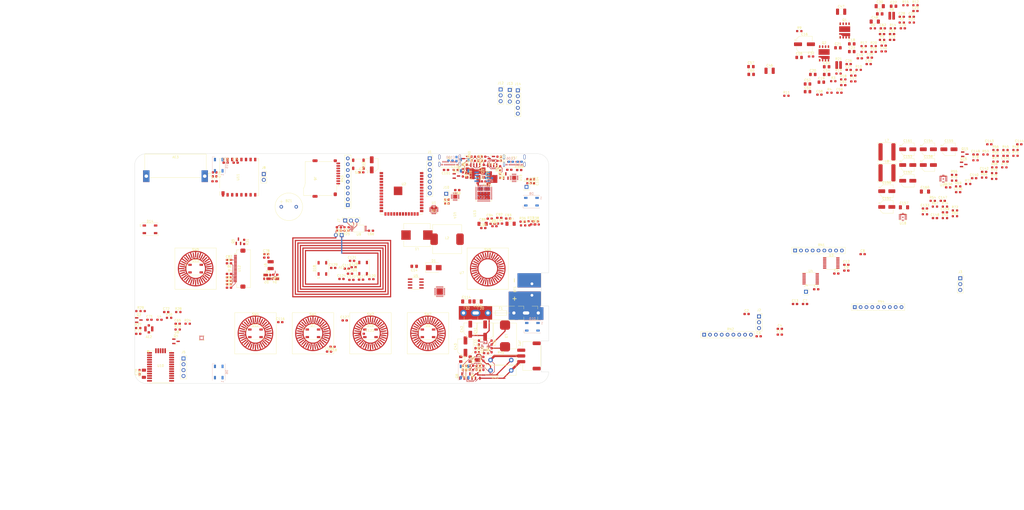
<source format=kicad_pcb>
(kicad_pcb (version 20211014) (generator pcbnew)
  (layers (0 "F.Cu" signal) (31 "B.Cu" signal) (34 "B.Paste" user) (35 "F.Paste" user) (36 "B.SilkS" user "B.Silkscreen") (37 "F.SilkS" user "F.Silkscreen") (38 "B.Mask" user) (39 "F.Mask" user) (44 "Edge.Cuts" user))
  (net 0 "")
  (net 1 "Net-(AE1-Pad1)")
  (net 2 "Net-(AE1-Pad2)")
  (net 3 "Net-(AE3-Pad1)")
  (net 4 "/BTN_DEC")
  (net 5 "GND")
  (net 6 "/BTN_INC")
  (net 7 "/BTN_RESET")
  (net 8 "/BTN_BACK")
  (net 9 "+3V3")
  (net 10 "/BTN_EXT1")
  (net 11 "/BTN_EXT2")
  (net 12 "/BTN_ENTER")
  (net 13 "+BATT")
  (net 14 "Net-(C15-Pad2)")
  (net 15 "SYS VBUS")
  (net 16 "Net-(C24-Pad1)")
  (net 17 "Net-(C26-Pad1)")
  (net 18 "Net-(C26-Pad2)")
  (net 19 "Net-(C27-Pad2)")
  (net 20 "+3.3V")
  (net 21 "Net-(C31-Pad2)")
  (net 22 "/5V_SUPPLY_EN")
  (net 23 "Net-(C34-Pad2)")
  (net 24 "Net-(C35-Pad1)")
  (net 25 "Net-(C35-Pad2)")
  (net 26 "Net-(C36-Pad1)")
  (net 27 "Net-(C36-Pad2)")
  (net 28 "Net-(C37-Pad1)")
  (net 29 "Net-(C37-Pad2)")
  (net 30 "Net-(C38-Pad1)")
  (net 31 "/Battery manager/MP28_OC")
  (net 32 "Net-(C40-Pad1)")
  (net 33 "Net-(C40-Pad2)")
  (net 34 "+5V")
  (net 35 "/Battery manager/BQ_VSYS")
  (net 36 "Net-(C49-Pad1)")
  (net 37 "Net-(C50-Pad2)")
  (net 38 "/Battery manager/BQ_CMP2")
  (net 39 "Net-(C58-Pad2)")
  (net 40 "/Battery manager/BQ_CMP1")
  (net 41 "Net-(C59-Pad2)")
  (net 42 "Net-(C80-Pad2)")
  (net 43 "Net-(C81-Pad2)")
  (net 44 "Net-(C82-Pad2)")
  (net 45 "Net-(C83-Pad2)")
  (net 46 "Net-(C84-Pad2)")
  (net 47 "Net-(C85-Pad2)")
  (net 48 "/USB-C power controller/TPS_LDO_3V3")
  (net 49 "/USB-C power controller/USB1_VBUS")
  (net 50 "/USB-C power controller/USB1_CC1")
  (net 51 "/USB-C power controller/USB1_CC2")
  (net 52 "/USB-C power controller/USB2_VBUS")
  (net 53 "/USB-C power controller/USB2_CC1")
  (net 54 "/USB-C power controller/USB2_CC2")
  (net 55 "/USB-C power controller/TPS_LDO_1V8")
  (net 56 "/Battery manager/Battery protection/BQ29_VC1")
  (net 57 "/Battery manager/Battery protection/BQ29_VC2")
  (net 58 "/USB-C power controller/USB Power paths/MP_2_LDO_5V")
  (net 59 "/USB-C power controller/USB Power paths/MP_1_LDO_5V")
  (net 60 "/USB-C power controller/USB2_SOURCE")
  (net 61 "/USB-C power controller/USB1_SOURCE")
  (net 62 "Net-(D5-Pad2)")
  (net 63 "/RGB_LED_DIN")
  (net 64 "Net-(D6-Pad2)")
  (net 65 "Net-(D7-Pad2)")
  (net 66 "Net-(D8-Pad2)")
  (net 67 "Net-(D10-Pad4)")
  (net 68 "Net-(D10-Pad2)")
  (net 69 "Net-(D11-Pad2)")
  (net 70 "Net-(D12-Pad2)")
  (net 71 "Net-(D13-Pad2)")
  (net 72 "Net-(D14-Pad2)")
  (net 73 "Net-(D15-Pad2)")
  (net 74 "/LED indicators/DOUT")
  (net 75 "Net-(J1-Pad1)")
  (net 76 "Net-(J1-Pad2)")
  (net 77 "Net-(J1-Pad3)")
  (net 78 "Net-(J1-Pad4)")
  (net 79 "Net-(J1-Pad5)")
  (net 80 "Net-(J1-Pad6)")
  (net 81 "Net-(J1-Pad7)")
  (net 82 "/USB-C power controller/GPIO0")
  (net 83 "/USB-C power controller/GPIO4{slash}HPD2")
  (net 84 "/USB-C power controller/GPIO3{slash}HPD1")
  (net 85 "/Battery manager/CMPOUT")
  (net 86 "/GPS_JAM_IND")
  (net 87 "/GPS/EXTINT")
  (net 88 "/SD_Card_D2")
  (net 89 "/SD_Card_D3")
  (net 90 "/SD_Card_CMD")
  (net 91 "/SD_Card_CLK")
  (net 92 "/SD_Card_D0")
  (net 93 "/SD_Card_D1")
  (net 94 "/LoRa/RXEN")
  (net 95 "/LoRa/TXEN")
  (net 96 "/NFC/V_HARVEST")
  (net 97 "/MCU_USB_D+")
  (net 98 "/MCU_USB_D-")
  (net 99 "/CP2102_USB_D+")
  (net 100 "/CP2102_USB_D-")
  (net 101 "/USB-C power controller/TPS_SPI_POCI")
  (net 102 "Net-(J14-Pad2)")
  (net 103 "Net-(J14-Pad3)")
  (net 104 "Net-(L4-Pad2)")
  (net 105 "Net-(L7-Pad1)")
  (net 106 "Net-(L8-Pad1)")
  (net 107 "Net-(Q3-Pad1)")
  (net 108 "Net-(Q3-Pad3)")
  (net 109 "Net-(Q4-Pad3)")
  (net 110 "Net-(Q5-Pad1)")
  (net 111 "/Display/DP_RESE")
  (net 112 "/Battery manager/Battery protection/BQ29_VC1_CB")
  (net 113 "/Battery manager/Battery protection/BAT_CB2")
  (net 114 "Net-(Q8-Pad1)")
  (net 115 "/BATTERY_FAULT")
  (net 116 "Net-(Q11-Pad1)")
  (net 117 "Net-(Q11-Pad3)")
  (net 118 "Net-(Q12-Pad1)")
  (net 119 "Net-(Q12-Pad3)")
  (net 120 "Net-(Q13-Pad3)")
  (net 121 "Net-(Q14-Pad3)")
  (net 122 "/USB-C power controller/USB2_SOURCE_VOLTAGE_PWM")
  (net 123 "/USB-C power controller/USB1_SOURCE_VOLTAGE_PWM")
  (net 124 "Net-(Q16-Pad3)")
  (net 125 "/CP2102_RESET")
  (net 126 "Net-(R1-Pad2)")
  (net 127 "/MCU_U0RXD")
  (net 128 "Net-(R3-Pad1)")
  (net 129 "/MCU_U0TXD")
  (net 130 "/USB-C power controller/TPS_ADCIN2")
  (net 131 "/USB-C power controller/TPS_ADCIN1")
  (net 132 "Net-(JP1-Pad2)")
  (net 133 "Net-(R47-Pad2)")
  (net 134 "Net-(R49-Pad2)")
  (net 135 "Net-(R51-Pad2)")
  (net 136 "/USB-C power controller/TPS_PP_EXT1")
  (net 137 "/USB-C power controller/TPS_PP_EXT2")
  (net 138 "Net-(R68-Pad2)")
  (net 139 "Net-(R70-Pad2)")
  (net 140 "Net-(R72-Pad2)")
  (net 141 "Net-(R73-Pad1)")
  (net 142 "Net-(R74-Pad2)")
  (net 144 "/CP2102_VBUS_SENSE")
  (net 145 "/BATTERY_CHRG_OK")
  (net 146 "/BATTERY_MGMT_PROCHOT")
  (net 147 "/USB_PD_I2C1_IRQ")
  (net 150 "/SHIFT_IN_DATA")
  (net 151 "/SHIFT_OUT_CLR")
  (net 154 "/BATTERY_MGMT_OTG")
  (net 155 "/BATTERY_BALANCE_EN")
  (net 156 "/USB-C power controller/USB2_SOURCE_EN")
  (net 157 "/USB-C power controller/USB1_SOURCE_EN")
  (net 158 "/MCU_SPI_MISO")
  (net 159 "/MCU_SPI_CS_LoRa")
  (net 160 "/MCU_SPI_CS_DISPLAY")
  (net 161 "/LoRa_IRQ")
  (net 162 "/SHIFT_IN_CLK")
  (net 163 "/MCU_U1TXD")
  (net 164 "/MCU_U1RXD")
  (net 165 "/SHIFT_OUT_DATA")
  (net 166 "/SHIFT_OUT_CLK")
  (net 167 "/SHIFT_IN{slash}OUT_UPDATE")
  (net 168 "/MCU_I2C_SDA")
  (net 169 "/MCU_I2C_SCL")
  (net 170 "/BUZZER")
  (net 171 "/MCU_SPI_MOSI")
  (net 172 "/MCU_SPI_CLK")
  (net 173 "/GPS_RESET")
  (net 174 "/LoRa_RESET")
  (net 175 "/USB_PD_CNTR_RESET")
  (net 176 "/DISPLAY_BS")
  (net 177 "/DISPLAY_D{slash}C")
  (net 179 "/DISPLAY_RESET")
  (net 180 "/DISPLAY_BUSY_N")
  (net 181 "/GPS_3D_FIX")
  (net 182 "/GPS_GEO_FENCE")
  (net 184 "/LoRa_BUSY_N")
  (net 185 "/LoRa_DIO3")
  (net 186 "/LoRa_DIO2")
  (net 187 "/LoRa_DIO1")
  (net 194 "/GPS/FORCE_ON")
  (net 200 "/USB-C power controller/USB1_C_SBU2")
  (net 201 "/USB-C power controller/USB1_C_CC2")
  (net 202 "/USB-C power controller/USB1_C_SBU1")
  (net 203 "/USB-C power controller/USB1_C_CC1")
  (net 204 "/USB-C power controller/USB2_C_CC1")
  (net 205 "/USB-C power controller/USB2_C_SBU1")
  (net 206 "/USB-C power controller/USB2_C_CC2")
  (net 207 "/USB-C power controller/USB2_C_SBU2")
  (net 208 "/NFC/EXT_AC0")
  (net 209 "/NFC/EXT_AC1")
  (net 211 "Net-(Q1-Pad8)")
  (net 212 "Net-(Q1-Pad1)")
  (net 213 "Net-(Q2-Pad8)")
  (net 214 "Net-(Q2-Pad1)")
  (net 215 "Net-(Q6-Pad3)")
  (net 216 "Net-(Q15-Pad3)")
  (net 221 "Net-(U14-Pad52)")
  (net 222 "Net-(U14-Pad15)")
  (net 230 "Net-(BT1-Pad1)")
  (net 231 "Net-(AE2-Pad1)")
  (net 232 "Net-(C142-Pad1)")
  (net 233 "Net-(C143-Pad1)")
  (net 234 "Net-(C146-Pad2)")
  (net 235 "Net-(D16-Pad2)")
  (net 237 "Net-(D17-Pad2)")
  (net 238 "Net-(C17-Pad1)")
  (net 239 "Net-(C25-Pad1)")
  (net 240 "Net-(C28-Pad2)")
  (net 241 "Net-(C63-Pad1)")
  (net 242 "Net-(C64-Pad1)")
  (net 243 "Net-(C71-Pad1)")
  (net 244 "Net-(C72-Pad1)")
  (net 245 "Net-(C76-Pad1)")
  (net 246 "Net-(C86-Pad2)")
  (net 247 "Net-(C87-Pad1)")
  (net 248 "Net-(C87-Pad2)")
  (net 249 "Net-(C98-Pad2)")
  (net 250 "Net-(C104-Pad2)")
  (net 251 "Net-(C112-Pad1)")
  (net 252 "Net-(C113-Pad2)")
  (net 254 "Net-(C132-Pad2)")
  (net 255 "Net-(C133-Pad2)")
  (net 256 "Net-(C134-Pad1)")
  (net 257 "Net-(C135-Pad1)")
  (net 258 "Net-(C144-Pad1)")
  (net 259 "Net-(C145-Pad1)")
  (net 260 "Net-(C148-Pad2)")
  (net 261 "Net-(R5-Pad1)")
  (net 262 "Net-(R4-Pad1)")
  (net 263 "Net-(R10-Pad2)")
  (net 264 "Net-(R14-Pad2)")
  (net 265 "Net-(R17-Pad2)")
  (net 266 "Net-(R23-Pad2)")
  (net 267 "Net-(R24-Pad2)")
  (net 268 "Net-(R27-Pad1)")
  (net 269 "Net-(R44-Pad1)")
  (net 270 "Net-(R45-Pad2)")
  (net 271 "Net-(R65-Pad2)")
  (net 272 "Net-(R66-Pad2)")
  (net 273 "Net-(R71-Pad1)")
  (net 275 "/GPS_TIMEPULSE")
  (net 283 "Net-(J10-Pad1)")
  (net 292 "Net-(J12-Pad1)")
  (net 293 "Net-(J12-Pad2)")
  (net 294 "Net-(J12-Pad3)")
  (net 295 "Net-(J13-Pad1)")
  (net 296 "Net-(J13-Pad2)")
  (net 297 "Net-(J13-Pad3)")
  (net 298 "Net-(J14-Pad4)")
  (net 299 "Net-(J15-Pad1)")
  (footprint "Resistor_SMD:R_0603_1608Metric_Pad0.98x0.95mm_HandSolder" (layer "F.Cu") (at 432.13 63.45)
    (fp_text reference "R49")
    (fp_text value "60k")
  )
  (footprint "airsoft_controller:Inductor_8030" (layer "F.Cu") (at 385.545 54.205)
    (fp_text reference "L7")
    (fp_text value "1uH")
  )
  (footprint "Resistor_SMD:R_0603_1608Metric_Pad0.98x0.95mm_HandSolder" (layer "F.Cu") (at 420.83 68.17)
    (fp_text reference "R71")
    (fp_text value "10R")
  )
  (footprint "Package_LGA:LGA-12_2x2mm_P0.5mm" (layer "F.Cu") (at 87.5825 135.17)
    (fp_text reference "U8")
    (fp_text value "MC3479")
  )
  (footprint "Capacitor_SMD:C_0805_2012Metric_Pad1.18x1.45mm_HandSolder" (layer "F.Cu") (at 364.22 8.91)
    (fp_text reference "C21")
    (fp_text value "10uF MLCC 25V")
  )
  (footprint "Connector_PinSocket_2.54mm:PinSocket_1x02_P2.54mm_Vertical" (layer "F.Cu") (at 114.625 63.85)
    (fp_text reference "J8")
    (fp_text value "Conn_01x02")
  )
  (footprint "Resistor_SMD:R_0603_1608Metric_Pad0.98x0.95mm_HandSolder" (layer "F.Cu") (at 106.1 93.3875 -90)
    (fp_text reference "R31")
    (fp_text value "0.47R")
  )
  (footprint "Resistor_THT:R_Array_SIP9" (layer "F.Cu") (at 151.15 77.35 90)
    (fp_text reference "RN3")
    (fp_text value "10k")
  )
  (footprint "Resistor_SMD:R_0603_1608Metric_Pad0.98x0.95mm_HandSolder" (layer "F.Cu") (at 208.615 148.15625 90)
    (fp_text reference "R42")
    (fp_text value "0R")
  )
  (footprint "Capacitor_SMD:CP_Elec_5x5.3" (layer "F.Cu") (at 394.58 59.92)
    (fp_text reference "C153")
    (fp_text value "22uF")
  )
  (footprint "Resistor_SMD:R_0603_1608Metric_Pad0.98x0.95mm_HandSolder" (layer "F.Cu") (at 415.1 79.69)
    (fp_text reference "R72")
    (fp_text value "20k")
  )
  (footprint "Resistor_SMD:R_0603_1608Metric_Pad0.98x0.95mm_HandSolder" (layer "F.Cu") (at 364.49 20.14)
    (fp_text reference "R19")
    (fp_text value "40.2k")
  )
  (footprint "Resistor_SMD:R_0603_1608Metric_Pad0.98x0.95mm_HandSolder" (layer "F.Cu") (at 402.05 81.36)
    (fp_text reference "R47")
    (fp_text value "60k")
  )
  (footprint "Resistor_SMD:R_0603_1608Metric_Pad0.98x0.95mm_HandSolder" (layer "F.Cu") (at 432.72 55.92)
    (fp_text reference "R50")
    (fp_text value "10k")
  )
  (footprint "Capacitor_SMD:CP_Elec_5x5.3" (layer "F.Cu") (at 385.46 71.31)
    (fp_text reference "C150")
    (fp_text value "22uF")
  )
  (footprint "airsoft_controller:L96" (layer "F.Cu") (at 69.75 147.75)
    (fp_text reference "U10")
    (fp_text value "L96-M33")
  )
  (footprint "LED_SMD:LED_WS2812B_PLCC4_5.0x5.0mm_P3.2mm" (layer "F.Cu") (at 186 133.15)
    (fp_text reference "D5")
    (fp_text value "WS2812B")
  )
  (footprint "Resistor_SMD:R_0603_1608Metric_Pad0.98x0.95mm_HandSolder" (layer "F.Cu") (at 428.37 55.35)
    (fp_text reference "R53")
    (fp_text value "576k")
  )
  (footprint "Connector_PinSocket_2.54mm:PinSocket_1x03_P2.54mm_Vertical" (layer "F.Cu") (at 150 84.075 90)
    (fp_text reference "J7")
    (fp_text value "Conn_01x03")
  )
  (footprint "Resistor_SMD:R_0603_1608Metric_Pad0.98x0.95mm_HandSolder" (layer "F.Cu") (at 77.19 131.49)
    (fp_text reference "R23")
    (fp_text value "4.7k")
  )
  (footprint "Capacitor_SMD:C_0603_1608Metric_Pad1.08x0.95mm_HandSolder" (layer "F.Cu") (at 384.11 10.48)
    (fp_text reference "C40")
    (fp_text value "47nF")
  )
  (footprint "Capacitor_SMD:C_0805_2012Metric_Pad1.18x1.45mm_HandSolder" (layer "F.Cu") (at 351 24.66)
    (fp_text reference "C52")
    (fp_text value "10uF MLCC 25V")
  )
  (footprint "Capacitor_SMD:C_0603_1608Metric_Pad1.08x0.95mm_HandSolder" (layer "F.Cu") (at 416.48 71.73)
    (fp_text reference "C146")
    (fp_text value "0.1uF")
  )
  (footprint "Capacitor_SMD:C_1210_3225Metric_Pad1.33x2.70mm_HandSolder" (layer "F.Cu") (at 365.61 -6.79)
    (fp_text reference "C47")
    (fp_text value "22uF POSCAP 25V")
  )
  (footprint "Capacitor_SMD:C_0603_1608Metric_Pad1.08x0.95mm_HandSolder" (layer "F.Cu") (at 406.4 83.03)
    (fp_text reference "C148")
    (fp_text value "0.1uF")
  )
  (footprint "Resistor_SMD:R_0603_1608Metric_Pad0.98x0.95mm_HandSolder" (layer "F.Cu") (at 432.13 65.96)
    (fp_text reference "R76")
    (fp_text value "604R 1%")
  )
  (footprint "Inductor_SMD:L_1210_3225Metric_Pad1.42x2.65mm_HandSolder" (layer "F.Cu") (at 117.6 103.5 90)
    (fp_text reference "L6")
    (fp_text value "10uH")
  )
  (footprint "Resistor_SMD:R_0603_1608Metric_Pad0.98x0.95mm_HandSolder" (layer "F.Cu") (at 415.1 82.2)
    (fp_text reference "R65")
    (fp_text value "R")
  )
  (footprint "Resistor_SMD:R_0603_1608Metric_Pad0.98x0.95mm_HandSolder" (layer "F.Cu") (at 201.15 64 -90)
    (fp_text reference "R63")
    (fp_text value "100k")
  )
  (footprint "Package_TO_SOT_SMD:SOT-23" (layer "F.Cu") (at 213.55 57.15 180)
    (fp_text reference "Q14")
    (fp_text value "Q_NMOS_DGS")
  )
  (footprint "airsoft_controller:Inductor_WLPMA0A040" (layer "F.Cu") (at 219.5 134.3 -90)
    (fp_text reference "L3")
    (fp_text value "4.7uH")
  )
  (footprint "Capacitor_SMD:C_0603_1608Metric_Pad1.08x0.95mm_HandSolder" (layer "F.Cu") (at 443.08 50.9)
    (fp_text reference "C144")
    (fp_text value "C")
  )
  (footprint "Capacitor_SMD:C_0603_1608Metric_Pad1.08x0.95mm_HandSolder" (layer "F.Cu") (at 364.88 28.46)
    (fp_text reference "C59")
    (fp_text value "4.7nF")
  )
  (footprint "Resistor_SMD:R_0603_1608Metric_Pad0.98x0.95mm_HandSolder" (layer "F.Cu") (at 193.475 75.825 -90)
    (fp_text reference "R32")
    (fp_text value "100k")
  )
  (footprint "airsoft_controller:TSSOP-8_6.4x3mm_P0.65mm" (layer "F.Cu") (at 155.9 87.6)
    (fp_text reference "U9")
    (fp_text value "ST25DV04KC")
  )
  (footprint "Capacitor_SMD:C_0805_2012Metric_Pad1.18x1.45mm_HandSolder" (layer "F.Cu") (at 370.23 10.56)
    (fp_text reference "C23")
    (fp_text value "10uF MLCC 25V")
  )
  (footprint "Resistor_SMD:R_0612_1632Metric_Pad1.18x3.40mm_HandSolder" (layer "F.Cu") (at 364.52 16.41)
    (fp_text reference "R21")
    (fp_text value "5m")
  )
  (footprint "Capacitor_SMD:C_0603_1608Metric_Pad1.08x0.95mm_HandSolder" (layer "F.Cu") (at 225.65 62.1)
    (fp_text reference "C108")
    (fp_text value "10nF")
  )
  (footprint "airsoft_controller:SWITCH_TL3315NF250Q" (layer "F.Cu") (at 155.75 59.6)
    (fp_text reference "SW3")
    (fp_text value "MECH_SW")
  )
  (footprint "Package_TO_SOT_SMD:SOT-23" (layer "F.Cu") (at 219.85 64.7 90)
    (fp_text reference "Q12")
    (fp_text value "Q_NMOS_DGS")
  )
  (footprint "Capacitor_SMD:C_0603_1608Metric_Pad1.08x0.95mm_HandSolder" (layer "F.Cu") (at 153 101.6)
    (fp_text reference "C121")
    (fp_text value "0.1uF")
  )
  (footprint "Capacitor_SMD:C_0603_1608Metric_Pad1.08x0.95mm_HandSolder" (layer "F.Cu") (at 423.43 65.66)
    (fp_text reference "C140")
    (fp_text value "0.1uF")
  )
  (footprint "airsoft_controller:QFN-14" (layer "F.Cu") (at 410.03 65.87)
    (fp_text reference "U19")
    (fp_text value "MP2229GQ-P")
  )
  (footprint "Resistor_SMD:R_0603_1608Metric_Pad0.98x0.95mm_HandSolder" (layer "F.Cu") (at 436.57 60.94)
    (fp_text reference "R73")
    (fp_text value "10R")
  )
  (footprint "Capacitor_SMD:C_0603_1608Metric_Pad1.08x0.95mm_HandSolder" (layer "F.Cu") (at 99.5 110.3)
    (fp_text reference "C83")
    (fp_text value "1uF")
  )
  (footprint "Capacitor_SMD:C_0603_1608Metric_Pad1.08x0.95mm_HandSolder" (layer "F.Cu") (at 213.65 137.2 -90)
    (fp_text reference "C36")
    (fp_text value "0.1uF")
  )
  (footprint "Capacitor_SMD:C_0603_1608Metric_Pad1.08x0.95mm_HandSolder" (layer "F.Cu") (at 152.7 109.9)
    (fp_text reference "C122")
    (fp_text value "0.1uF")
  )
  (footprint "airsoft_controller:D-US2H-2" (layer "F.Cu") (at 119.3 109.4 180)
    (fp_text reference "D4")
    (fp_text value "D_Schottky")
  )
  (footprint "Capacitor_SMD:C_0603_1608Metric_Pad1.08x0.95mm_HandSolder" (layer "F.Cu") (at 217 82.9)
    (fp_text reference "C92")
    (fp_text value "220pF")
  )
  (footprint "Resistor_SMD:R_0603_1608Metric_Pad0.98x0.95mm_HandSolder" (layer "F.Cu") (at 375.41 10.69)
    (fp_text reference "R7")
    (fp_text value "330k")
  )
  (footprint "Capacitor_SMD:CP_Elec_5x5.3" (layer "F.Cu") (at 394.58 66.77)
    (fp_text reference "C152")
    (fp_text value "22uF")
  )
  (footprint "airsoft_controller:Q_DUAL_NMOS_DMT3006LPB" (layer "F.Cu") (at 367.145 1.41)
    (fp_text reference "Q1")
    (fp_text value "Q_Dual_NMOS")
  )
  (footprint "Capacitor_SMD:C_0603_1608Metric_Pad1.08x0.95mm_HandSolder" (layer "F.Cu") (at 206.65 140.5 -90)
    (fp_text reference "C39")
    (fp_text value "33nF")
  )
  (footprint "Resistor_SMD:R_0603_1608Metric_Pad0.98x0.95mm_HandSolder" (layer "F.Cu") (at 217.4 61.35 90)
    (fp_text reference "R62")
    (fp_text value "1k")
  )
  (footprint "airsoft_controller:USB-C-2305018-2" (layer "F.Cu") (at 195.4 56.4 180)
    (fp_text reference "J9")
    (fp_text value "USB_C_Receptacle")
  )
  (footprint "Capacitor_SMD:C_0603_1608Metric_Pad1.08x0.95mm_HandSolder" (layer "F.Cu") (at 338.97 131.2)
    (fp_text reference "C4")
    (fp_text value "0.1uF")
  )
  (footprint "Capacitor_SMD:CP_Elec_5x5.3" (layer "F.Cu") (at 394.58 53.07)
    (fp_text reference "C161")
    (fp_text value "22uF")
  )
  (footprint "Package_TO_SOT_SMD:SOT-23" (layer "F.Cu") (at 202.3 57.15 180)
    (fp_text reference "Q13")
    (fp_text value "Q_NMOS_DGS")
  )
  (footprint "Capacitor_SMD:C_1206_3216Metric_Pad1.33x1.80mm_HandSolder" (layer "F.Cu") (at 207.6 119.3 180)
    (fp_text reference "C115")
    (fp_text value "10uF")
  )
  (footprint "Resistor_SMD:R_0603_1608Metric_Pad0.98x0.95mm_HandSolder" (layer "F.Cu") (at 383.4 5.46)
    (fp_text reference "R5")
    (fp_text value "220k")
  )
  (footprint "airsoft_controller:FPC-24p-0.5" (layer "F.Cu") (at 104.45 105 90)
    (fp_text reference "U12")
    (fp_text value "E2266CS0C2")
  )
  (footprint "Package_TO_SOT_SMD:SOT-23" (layer "F.Cu") (at 419.4 55.22)
    (fp_text reference "Q15")
    (fp_text value "Q_NMOS_DGS")
  )
  (footprint "Capacitor_SMD:C_0603_1608Metric_Pad1.08x0.95mm_HandSolder" (layer "F.Cu") (at 220.85 83.2)
    (fp_text reference "C93")
    (fp_text value "1uF")
  )
  (footprint "Capacitor_SMD:C_0603_1608Metric_Pad1.08x0.95mm_HandSolder" (layer "F.Cu") (at 377.6 16)
    (fp_text reference "C50")
    (fp_text value "100pF")
  )
  (footprint "Package_TO_SOT_SMD:SOT-23" (layer "F.Cu") (at 198.35 64.7)
    (fp_text reference "Q11")
    (fp_text value "Q_NMOS_DGS")
  )
  (footprint "Capacitor_SMD:C_0603_1608Metric_Pad1.08x0.95mm_HandSolder" (layer "F.Cu") (at 152.1 107.2)
    (fp_text reference "C125")
    (fp_text value "0.1uF")
  )
  (footprint "Capacitor_SMD:C_0603_1608Metric_Pad1.08x0.95mm_HandSolder" (layer "F.Cu") (at 384.11 7.97)
    (fp_text reference "C61")
    (fp_text value "15pF")
  )
  (footprint "Resistor_SMD:R_0603_1608Metric_Pad0.98x0.95mm_HandSolder" (layer "F.Cu") (at 373.25 18.51)
    (fp_text reference "R10")
    (fp_text value "380k")
  )
  (footprint "Capacitor_SMD:C_1206_3216Metric_Pad1.33x1.80mm_HandSolder" (layer "F.Cu") (at 209.75 85.5)
    (fp_text reference "C88")
    (fp_text value "10uF")
  )
  (footprint "Capacitor_SMD:C_0603_1608Metric_Pad1.08x0.95mm_HandSolder" (layer "F.Cu") (at 383.75 0.44)
    (fp_text reference "C62")
    (fp_text value "33pF")
  )
  (footprint "Resistor_SMD:R_0612_1632Metric_Pad1.18x3.40mm_HandSolder" (layer "F.Cu") (at 387.6 -5.04)
    (fp_text reference "R8")
    (fp_text value "5m")
  )
  (footprint "Resistor_SMD:R_0603_1608Metric_Pad0.98x0.95mm_HandSolder" (layer "F.Cu") (at 202.615 148.15625 90)
    (fp_text reference "R39")
    (fp_text value "160R")
  )
  (footprint "Resistor_SMD:R_0603_1608Metric_Pad0.98x0.95mm_HandSolder" (layer "F.Cu") (at 388.1 0.43)
    (fp_text reference "R14")
    (fp_text value "R")
  )
  (footprint "Resistor_SMD:R_0603_1608Metric_Pad0.98x0.95mm_HandSolder" (layer "F.Cu") (at 410.75 78.01)
    (fp_text reference "R74")
    (fp_text value "20k")
  )
  (footprint "Capacitor_SMD:C_0603_1608Metric_Pad1.08x0.95mm_HandSolder" (layer "F.Cu") (at 338.97 133.71)
    (fp_text reference "C11")
    (fp_text value "0.1uF")
  )
  (footprint "Resistor_SMD:R_0603_1608Metric_Pad0.98x0.95mm_HandSolder" (layer "F.Cu") (at 201.15 60.7 90)
    (fp_text reference "R61")
    (fp_text value "1k")
  )
  (footprint "Capacitor_SMD:C_0603_1608Metric_Pad1.08x0.95mm_HandSolder" (layer "F.Cu") (at 102.4 58.9)
    (fp_text reference "C74")
    (fp_text value "0.1uF")
  )
  (footprint "airsoft_controller:SW_rubber_membrane_for_led" (layer "F.Cu") (at 161 133.15)
    (fp_text reference "SW2")
    (fp_text value "MEMBRANE")
  )
  (footprint "Capacitor_SMD:C_0603_1608Metric_Pad1.08x0.95mm_HandSolder" (layer "F.Cu") (at 157.2375 133.35)
    (fp_text reference "C123")
    (fp_text value "0.1uF")
  )
  (footprint "airsoft_controller:SW_rubber_membrane_for_led" (layer "F.Cu") (at 212 105)
    (fp_text reference "SW6")
    (fp_text value "MEMBRANE")
  )
  (footprint "airsoft_controller:D-US2H-2" (layer "F.Cu") (at 115.7 109.4 180)
    (fp_text reference "D2")
    (fp_text value "D_Schottky")
  )
  (footprint "Capacitor_SMD:C_0603_1608Metric_Pad1.08x0.95mm_HandSolder" (layer "F.Cu") (at 147.3 87 180)
    (fp_text reference "C68")
    (fp_text value "8.2pF")
  )
  (footprint "Capacitor_SMD:C_0805_2012Metric_Pad1.18x1.45mm_HandSolder" (layer "F.Cu") (at 370.23 7.21)
    (fp_text reference "C18")
    (fp_text value "10uF MLCC 25V")
  )
  (footprint "Capacitor_SMD:CP_Elec_5x5.3" (layer "F.Cu") (at 412.48 53.07)
    (fp_text reference "C155")
    (fp_text value "22uF")
  )
  (footprint "Capacitor_SMD:C_0805_2012Metric_Pad1.18x1.45mm_HandSolder" (layer "F.Cu") (at 347.35 13.11)
    (fp_text reference "C56")
    (fp_text value "10uF MLCC 25V")
  )
  (footprint "Resistor_SMD:R_0603_1608Metric_Pad0.98x0.95mm_HandSolder" (layer "F.Cu") (at 366.54 22.65)
    (fp_text reference "R18")
    (fp_text value "15k")
  )
  (footprint "Capacitor_SMD:C_0603_1608Metric_Pad1.08x0.95mm_HandSolder" (layer "F.Cu") (at 230.7 66.95 -90)
    (fp_text reference "C105")
    (fp_text value "1uF")
  )
  (footprint "Capacitor_SMD:C_0603_1608Metric_Pad1.08x0.95mm_HandSolder" (layer "F.Cu") (at 202.85 60.6875 90)
    (fp_text reference "C136")
    (fp_text value "0.1uF")
  )
  (footprint "Capacitor_SMD:C_0603_1608Metric_Pad1.08x0.95mm_HandSolder" (layer "F.Cu") (at 324.52 124.75)
    (fp_text reference "C2")
    (fp_text value "0.1uF")
  )
  (footprint "airsoft_controller:JST_XH_3P-Horizontal" (layer "F.Cu") (at 231.1 143 -90)
    (fp_text reference "JP1")
    (fp_text value "Battery_balance_connector_2S")
  )
  (footprint "Resistor_SMD:R_0603_1608Metric_Pad0.98x0.95mm_HandSolder" (layer "F.Cu") (at 233.25 85.8)
    (fp_text reference "R35")
    (fp_text value "0R 1%")
  )
  (footprint "Capacitor_SMD:C_0603_1608Metric_Pad1.08x0.95mm_HandSolder" (layer "F.Cu") (at 217.3 85.4)
    (fp_text reference "C90")
    (fp_text value "1uF")
  )
  (footprint "Connector_PinSocket_2.54mm:PinSocket_1x04_P2.54mm_Vertical" (layer "F.Cu") (at 79.725 144.1)
    (fp_text reference "J5")
    (fp_text value "Conn_01x03")
  )
  (footprint "airsoft_controller:Q_DUAL_NMOS_DMT3006LPB" (layer "F.Cu") (at 358.195 11.36)
    (fp_text reference "Q2")
    (fp_text value "Q_Dual_NMOS")
  )
  (footprint "Capacitor_SMD:C_0603_1608Metric_Pad1.08x0.95mm_HandSolder" (layer "F.Cu") (at 121.8 128.3)
    (fp_text reference "C116")
    (fp_text value "0.1uF")
  )
  (footprint "airsoft_controller:microSD-W3JA7HH800293" (layer "F.Cu") (at 136.5 65.8 -90)
    (fp_text reference "J6")
    (fp_text value "Micro_SD_Card")
  )
  (footprint "Capacitor_SMD:C_0603_1608Metric_Pad1.08x0.95mm_HandSolder" (layer "F.Cu") (at 368.9 16)
    (fp_text reference "C26")
    (fp_text value "0.1uF")
  )
  (footprint "Capacitor_SMD:C_0805_2012Metric_Pad1.18x1.45mm_HandSolder" (layer "F.Cu") (at 326.5 20.49)
    (fp_text reference "C60")
    (fp_text value "10uF MLCC 25V")
  )
  (footprint "Capacitor_SMD:C_0603_1608Metric_Pad1.08x0.95mm_HandSolder" (layer "F.Cu") (at 60.035 133.37)
    (fp_text reference "C73")
    (fp_text value "C")
  )
  (footprint "Capacitor_SMD:C_0603_1608Metric_Pad1.08x0.95mm_HandSolder" (layer "F.Cu") (at 214.9 86.55)
    (fp_text reference "C95")
    (fp_text value "220pF")
  )
  (footprint "Resistor_THT:R_Box_L13.0mm_W4.0mm_P9.00mm" (layer "F.Cu") (at 213.2 144.8)
    (fp_text reference "R40")
    (fp_text value "100R")
  )
  (footprint "Resistor_SMD:R_0603_1608Metric_Pad0.98x0.95mm_HandSolder" (layer "F.Cu") (at 201.14 148.15 -90)
    (fp_text reference "R44")
    (fp_text value "1k")
  )
  (footprint "Connector_PinSocket_2.54mm:PinSocket_1x03_P2.54mm_Vertical" (layer "F.Cu") (at 417.4 109.2)
    (fp_text reference "J3")
    (fp_text value "Conn_01x03")
  )
  (footprint "Capacitor_SMD:CP_Elec_5x5.3" (layer "F.Cu") (at 403.53 59.92)
    (fp_text reference "C158")
    (fp_text value "22uF")
  )
  (footprint "Package_DFN_QFN:WQFN-20-1EP_3x3mm_P0.4mm_EP1.7x1.7mm" (layer "F.Cu") (at 197.825 73.675 -90)
    (fp_text reference "U13")
    (fp_text value "TPD6S300A")
  )
  (footprint "Connector_PinSocket_2.54mm:PinSocket_1x01_P2.54mm_Vertical" (layer "F.Cu") (at 228.85 69.45)
    (fp_text reference "J15")
    (fp_text value "Conn_01x01")
  )
  (footprint "Capacitor_SMD:C_0805_2012Metric_Pad1.18x1.45mm_HandSolder" (layer "F.Cu") (at 180 104 180)
    (fp_text reference "C14")
    (fp_text value "10uF")
  )
  (footprint "airsoft_controller:Buzzer" (layer "F.Cu") (at 125.5 78.1)
    (fp_text reference "BZ1")
    (fp_text value "Buzzer")
  )
  (footprint "Resistor_SMD:R_0603_1608Metric_Pad0.98x0.95mm_HandSolder" (layer "F.Cu") (at 360.53 28.46)
    (fp_text reference "R4")
    (fp_text value "47k")
  )
  (footprint "airsoft_controller:SW_rubber_membrane_for_led" (layer "F.Cu") (at 111 133.15)
    (fp_text reference "SW4")
    (fp_text value "MEMBRANE")
  )
  (footprint "Capacitor_SMD:C_0603_1608Metric_Pad1.08x0.95mm_HandSolder" (layer "F.Cu") (at 387.75 2.95)
    (fp_text reference "C63")
    (fp_text value "1uF")
  )
  (footprint "Capacitor_SMD:C_0603_1608Metric_Pad1.08x0.95mm_HandSolder" (layer "F.Cu") (at 210.1 144.3 90)
    (fp_text reference "C112")
    (fp_text value "0.1uF")
  )
  (footprint "LED_SMD:LED_WS2812B_PLCC4_5.0x5.0mm_P3.2mm" (layer "F.Cu") (at 65.15 87.9)
    (fp_text reference "D14")
    (fp_text value "WS2812B")
  )
  (footprint "Connector_Coaxial:U.FL_Molex_MCRF_73412-0110_Vertical" (layer "F.Cu") (at 64.65 131.225)
    (fp_text reference "AE2")
    (fp_text value "Antenna_Shield")
  )
  (footprint "Package_DFN_QFN:WQFN-20-1EP_3x3mm_P0.4mm_EP1.7x1.7mm" (layer "F.Cu") (at 223.45 65.5 -90)
    (fp_text reference "U15")
    (fp_text value "TPD6S300A")
  )
  (footprint "Capacitor_SMD:C_0603_1608Metric_Pad1.08x0.95mm_HandSolder" (layer "F.Cu") (at 99.5 113.3)
    (fp_text reference "C80")
    (fp_text value "1uF")
  )
  (footprint "Package_DFN_QFN:Texas_S-PWQFN-N32_EP2.8x2.8mm" (layer "F.Cu") (at 191.1 115)
    (fp_text reference "U7")
    (fp_text value "BQ25731")
  )
  (footprint "Resistor_SMD:R_0603_1608Metric_Pad0.98x0.95mm_HandSolder" (layer "F.Cu") (at 347.42 1.64)
    (fp_text reference "R9")
    (fp_text value "4.99R")
  )
  (footprint "Capacitor_SMD:C_0603_1608Metric_Pad1.08x0.95mm_HandSolder" (layer "F.Cu") (at 99.5 111.8)
    (fp_text reference "C85")
    (fp_text value "1uF")
  )
  (footprint "airsoft_controller:SW_rubber_membrane_for_led" (layer "F.Cu") (at 85 105)
    (fp_text reference "SW5")
    (fp_text value "MEMBRANE")
  )
  (footprint "airsoft_controller:USB-C-2305018-2" (layer "F.Cu") (at 223.5 56.4 180)
    (fp_text reference "J11")
    (fp_text value "USB_C_Receptacle")
  )
  (footprint "Resistor_SMD:R_0603_1608Metric_Pad0.98x0.95mm_HandSolder" (layer "F.Cu") (at 441.42 53.41)
    (fp_text reference "R48")
    (fp_text value "10k")
  )
  (footprint "Resistor_SMD:R_0603_1608Metric_Pad0.98x0.95mm_HandSolder" (layer "F.Cu") (at 396.33 -2.08)
    (fp_text reference "R22")
    (fp_text value "10R")
  )
  (footprint "Resistor_THT:R_Array_SIP9" (layer "F.Cu") (at 371.54 121.75)
    (fp_text reference "RN4")
    (fp_text value "10k")
  )
  (footprint "Capacitor_SMD:C_0603_1608Metric_Pad1.08x0.95mm_HandSolder" (layer "F.Cu") (at 366.54 25.16)
    (fp_text reference "C64")
    (fp_text value "0.1uF")
  )
  (footprint "Resistor_SMD:R_0603_1608Metric_Pad0.98x0.95mm_HandSolder" (layer "F.Cu") (at 379.76 8.18)
    (fp_text reference "R20")
    (fp_text value "10R")
  )
  (footprint "Resistor_SMD:R_0603_1608Metric_Pad0.98x0.95mm_HandSolder" (layer "F.Cu") (at 81.54 128.98)
    (fp_text reference "R24")
    (fp_text value "4.7k")
  )
  (footprint "Resistor_SMD:R_0603_1608Metric_Pad0.98x0.95mm_HandSolder" (layer "F.Cu") (at 424.02 57.86)
    (fp_text reference "R78")
    (fp_text value "604R 1%")
  )
  (footprint "Capacitor_SMD:C_0603_1608Metric_Pad1.08x0.95mm_HandSolder" (layer "F.Cu") (at 374.97 98.71)
    (fp_text reference "C8")
    (fp_text value "0.1uF")
  )
  (footprint "Capacitor_SMD:C_0603_1608Metric_Pad1.08x0.95mm_HandSolder" (layer "F.Cu") (at 98.05 58.9)
    (fp_text reference "C75")
    (fp_text value "22pF")
  )
  (footprint "Capacitor_SMD:C_0603_1608Metric_Pad1.08x0.95mm_HandSolder" (layer "F.Cu") (at 430.03 50.9)
    (fp_text reference "C143")
    (fp_text value "22nF")
  )
  (footprint "Capacitor_SMD:C_0603_1608Metric_Pad1.08x0.95mm_HandSolder" (layer "F.Cu") (at 378.1 13.2)
    (fp_text reference "C35")
    (fp_text value "47nF")
  )
  (footprint "Capacitor_SMD:C_0603_1608Metric_Pad1.08x0.95mm_HandSolder" (layer "F.Cu") (at 352.53 12.69)
    (fp_text reference "C32")
    (fp_text value "1nF")
  )
  (footprint "Resistor_SMD:R_0603_1608Metric_Pad0.98x0.95mm_HandSolder" (layer "F.Cu") (at 216.2 57.2 -90)
    (fp_text reference "R58")
    (fp_text value "100k")
  )
  (footprint "Capacitor_SMD:CP_Elec_6.3x7.7" (layer "F.Cu") (at 202.3 138.95 90)
    (fp_text reference "C43")
    (fp_text value "100uF")
  )
  (footprint "Capacitor_SMD:C_0603_1608Metric_Pad1.08x0.95mm_HandSolder" (layer "F.Cu") (at 99.5 101.2)
    (fp_text reference "C82")
    (fp_text value "1uF")
  )
  (footprint "Capacitor_SMD:C_0603_1608Metric_Pad1.08x0.95mm_HandSolder" (layer "F.Cu") (at 144.5 139 180)
    (fp_text reference "C118")
    (fp_text value "0.1uF")
  )
  (footprint "Capacitor_SMD:C_0805_2012Metric_Pad1.18x1.45mm_HandSolder" (layer "F.Cu") (at 357.01 23.86)
    (fp_text reference "C19")
    (fp_text value "10uF MLCC 25V")
  )
  (footprint "Capacitor_SMD:C_0603_1608Metric_Pad1.08x0.95mm_HandSolder" (layer "F.Cu") (at 193.85 62.05 180)
    (fp_text reference "C101")
    (fp_text value "10nF")
  )
  (footprint "Package_TO_SOT_SMD:SOT-23" (layer "F.Cu") (at 207.6275 151.75625 90)
    (fp_text reference "Q6")
    (fp_text value "Q_NMOS_DGS")
  )
  (footprint "Capacitor_SMD:C_0603_1608Metric_Pad1.08x0.95mm_HandSolder" (layer "F.Cu") (at 210.25 60.7 90)
    (fp_text reference "C137")
    (fp_text value "0.1uF")
  )
  (footprint "Resistor_THT:R_Array_SIP9" (layer "F.Cu") (at 306.075 133.75)
    (fp_text reference "RN2")
    (fp_text value "10k")
  )
  (footprint "Capacitor_SMD:C_0603_1608Metric_Pad1.08x0.95mm_HandSolder" (layer "F.Cu") (at 349.92 120.4)
    (fp_text reference "C7")
    (fp_text value "0.1uF")
  )
  (footprint "Connector_PinSocket_2.54mm:PinSocket_1x03_P2.54mm_Vertical" (layer "F.Cu") (at 329.92 125.82)
    (fp_text reference "J2")
    (fp_text value "Conn_01x03")
  )
  (footprint "Resistor_SMD:R_0603_1608Metric_Pad0.98x0.95mm_HandSolder" (layer "F.Cu") (at 416.48 69.22)
    (fp_text reference "R69")
    (fp_text value "100k")
  )
  (footprint "Resistor_SMD:R_0603_1608Metric_Pad0.98x0.95mm_HandSolder" (layer "F.Cu") (at 397.93 -9.61)
    (fp_text reference "R12")
    (fp_text value "10R")
  )
  (footprint "Resistor_SMD:R_0603_1608Metric_Pad0.98x0.95mm_HandSolder" (layer "F.Cu") (at 229.2 66.95 -90)
    (fp_text reference "R33")
    (fp_text value "100k")
  )
  (footprint "Capacitor_SMD:C_0603_1608Metric_Pad1.08x0.95mm_HandSolder" (layer "F.Cu") (at 60.625 150.05 90)
    (fp_text reference "C70")
    (fp_text value "0.1uF")
  )
  (footprint "Capacitor_SMD:C_0603_1608Metric_Pad1.08x0.95mm_HandSolder" (layer "F.Cu") (at 217.7 57.2 -90)
    (fp_text reference "C135")
    (fp_text value "0.1uF")
  )
  (footprint "Capacitor_SMD:C_0805_2012Metric_Pad1.18x1.45mm_HandSolder" (layer "F.Cu") (at 326.4 17.09)
    (fp_text reference "C57")
    (fp_text value "10uF MLCC 25V")
  )
  (footprint "Capacitor_SMD:C_0603_1608Metric_Pad1.08x0.95mm_HandSolder" (layer "F.Cu") (at 64.925 127.25)
    (fp_text reference "C71")
    (fp_text value "C")
  )
  (footprint "Capacitor_SMD:C_0603_1608Metric_Pad1.08x0.95mm_HandSolder" (layer "F.Cu") (at 392.45 0.43)
    (fp_text reference "C25")
    (fp_text value "33nF")
  )
  (footprint "Resistor_SMD:R_0603_1608Metric_Pad0.98x0.95mm_HandSolder" (layer "F.Cu") (at 391.98 -2.08)
    (fp_text reference "R2")
    (fp_text value "2.2R")
  )
  (footprint "Capacitor_SMD:C_0603_1608Metric_Pad1.08x0.95mm_HandSolder" (layer "F.Cu") (at 373.75 13.49)
    (fp_text reference "C49")
    (fp_text value "100pF")
  )
  (footprint "Capacitor_SMD:C_0603_1608Metric_Pad1.08x0.95mm_HandSolder" (layer "F.Cu") (at 115.7 98.7)
    (fp_text reference "C78")
    (fp_text value "1uF")
  )
  (footprint "Resistor_SMD:R_0603_1608Metric_Pad0.98x0.95mm_HandSolder" (layer "F.Cu") (at 60.035 130.86)
    (fp_text reference "R27")
    (fp_text value "0R")
  )
  (footprint "Capacitor_SMD:C_0603_1608Metric_Pad1.08x0.95mm_HandSolder" (layer "F.Cu") (at 198.725 70.825 180)
    (fp_text reference "C98")
    (fp_text value "0.1uF")
  )
  (footprint "LED_SMD:LED_WS2812B_PLCC4_5.0x5.0mm_P3.2mm" (layer "F.Cu") (at 136 133.15)
    (fp_text reference "D7")
    (fp_text value "WS2812B")
  )
  (footprint "Resistor_SMD:R_0603_1608Metric_Pad0.98x0.95mm_HandSolder" (layer "F.Cu") (at 227.15 84.55)
    (fp_text reference "R36")
    (fp_text value "R 1%")
  )
  (footprint "Capacitor_SMD:C_0603_1608Metric_Pad1.08x0.95mm_HandSolder" (layer "F.Cu") (at 221.35 62 180)
    (fp_text reference "C107")
    (fp_text value "10nF")
  )
  (footprint "Capacitor_SMD:C_0603_1608Metric_Pad1.08x0.95mm_HandSolder" (layer "F.Cu") (at 354.77 113.99)
    (fp_text reference "C1")
    (fp_text value "0.1uF")
  )
  (footprint "Package_TO_SOT_SMD:SOT-23" (layer "F.Cu") (at 60.305 127.38)
    (fp_text reference "Q3")
    (fp_text value "Q_NMOS_DGS")
  )
  (footprint "Capacitor_SMD:C_0603_1608Metric_Pad1.08x0.95mm_HandSolder" (layer "F.Cu") (at 437.07 55.92)
    (fp_text reference "C145")
    (fp_text value "C")
  )
  (footprint "Package_SO:TSSOP-16_4.4x5mm_P0.65mm" (layer "F.Cu") (at 352.37 109.44)
    (fp_text reference "U4")
    (fp_text value "SN74HCS165")
  )
  (footprint "Capacitor_SMD:CP_Elec_5x5.3" (layer "F.Cu") (at 385.46 78.16)
    (fp_text reference "C151")
    (fp_text value "22uF")
  )
  (footprint "Capacitor_SMD:C_0603_1608Metric_Pad1.08x0.95mm_HandSolder" (layer "F.Cu") (at 209.45 57.2 90)
    (fp_text reference "C134")
    (fp_text value "0.1uF")
  )
  (footprint "airsoft_controller:0603-R-select" (layer "F.Cu") (at 228.2625 86.2)
    (fp_text reference "R34")
    (fp_text value "R_select 10k")
  )
  (footprint "Capacitor_SMD:C_0603_1608Metric_Pad1.08x0.95mm_HandSolder" (layer "F.Cu") (at 144.8 104.7)
    (fp_text reference "C129")
    (fp_text value "0.1uF")
  )
  (footprint "Capacitor_SMD:C_0603_1608Metric_Pad1.08x0.95mm_HandSolder" (layer "F.Cu") (at 208.15 137.2 90)
    (fp_text reference "C33")
    (fp_text value "22nF")
  )
  (footprint "Capacitor_SMD:C_1206_3216Metric_Pad1.33x1.80mm_HandSolder" (layer "F.Cu") (at 382.39 -9.19)
    (fp_text reference "C30")
    (fp_text value "10uF")
  )
  (footprint "Capacitor_SMD:C_0805_2012Metric_Pad1.18x1.45mm_HandSolder" (layer "F.Cu") (at 382.39 -5.84)
    (fp_text reference "C51")
    (fp_text value "10uF MLCC 25V")
  )
  (footprint "Capacitor_SMD:C_0603_1608Metric_Pad1.08x0.95mm_HandSolder" (layer "F.Cu") (at 427.78 62.88)
    (fp_text reference "C142")
    (fp_text value "22nF")
  )
  (footprint "Capacitor_SMD:C_0603_1608Metric_Pad1.08x0.95mm_HandSolder" (layer "F.Cu") (at 211.9 67.05 180)
    (fp_text reference "C131")
    (fp_text value "1uF")
  )
  (footprint "Inductor_SMD:L_0603_1608Metric_Pad1.05x0.95mm_HandSolder" (layer "F.Cu") (at 69.275 127.25)
    (fp_text reference "L4")
    (fp_text value "47nH")
  )
  (footprint "Resistor_SMD:R_0603_1608Metric_Pad0.98x0.95mm_HandSolder" (layer "F.Cu") (at 410.75 83.03)
    (fp_text reference "R46")
    (fp_text value "10k")
  )
  (footprint "airsoft_controller:ESP32­S3­WROOM­1" (layer "F.Cu") (at 174.5 68.7)
    (fp_text reference "U2")
    (fp_text value "ESP32-S3-WROOM-1")
  )
  (footprint "Resistor_SMD:R_0603_1608Metric_Pad0.98x0.95mm_HandSolder" (layer "F.Cu") (at 432.72 53.41)
    (fp_text reference "R56")
    (fp_text value "10k")
  )
  (footprint "Capacitor_SMD:C_0603_1608Metric_Pad1.08x0.95mm_HandSolder" (layer "F.Cu") (at 213.65 140.5 90)
    (fp_text reference "C37")
    (fp_text value "0.1uF")
  )
  (footprint "Capacitor_SMD:C_0603_1608Metric_Pad1.08x0.95mm_HandSolder" (layer "F.Cu") (at 397.93 -7.1)
    (fp_text reference "C29")
    (fp_text value "33nF")
  )
  (footprint "Package_TO_SOT_SMD:SOT-23" (layer "F.Cu") (at 103.6 93.1 90)
    (fp_text reference "Q5")
    (fp_text value "Q_NMOS_DGS")
  )
  (footprint "Package_DFN_QFN:SiliconLabs_QFN-20-1EP_3x3mm_P0.5mm_EP1.8x1.8mm" (layer "F.Cu") (at 188.55 79.35)
    (fp_text reference "U1")
    (fp_text value "CP2102N-Axx-xQFN20")
  )
  (footprint "Capacitor_SMD:C_0603_1608Metric_Pad1.08x0.95mm_HandSolder" (layer "F.Cu") (at 99.5 107.3)
    (fp_text reference "C84")
    (fp_text value "1uF")
  )
  (footprint "Capacitor_SMD:C_0603_1608Metric_Pad1.08x0.95mm_HandSolder" (layer "F.Cu") (at 396.33 -4.59)
    (fp_text reference "C31")
    (fp_text value "10nF")
  )
  (footprint "airsoft_controller:VQFN-56-3EP" (layer "F.Cu") (at 210.25 72.2 -90)
    (fp_text reference "U14")
    (fp_text value "TPS65988")
  )
  (footprint "airsoft_controller:Inductor_104CDMCC" (layer "F.Cu") (at 181.2 90.4 180)
    (fp_text reference "L1")
    (fp_text value "47uH")
  )
  (footprint "Capacitor_SMD:C_0805_2012Metric_Pad1.18x1.45mm_HandSolder" (layer "F.Cu") (at 359.31 20.51)
    (fp_text reference "C54")
    (fp_text value "10uF MLCC 25V")
  )
  (footprint "airsoft_controller:QFN-14" (layer "F.Cu") (at 392.46 82.52)
    (fp_text reference "U18")
    (fp_text value "MP2229GQ-P")
  )
  (footprint "Capacitor_SMD:C_0603_1608Metric_Pad1.08x0.95mm_HandSolder" (layer "F.Cu") (at 387.75 5.46)
    (fp_text reference "C15")
    (fp_text value "1uF")
  )
  (footprint "Capacitor_SMD:CP_Elec_6.3x5.4" (layer "F.Cu") (at 349.67 7.36)
    (fp_text reference "C16")
    (fp_text value "33uF")
  )
  (footprint "Capacitor_SMD:C_0603_1608Metric_Pad1.08x0.95mm_HandSolder" (layer "F.Cu") (at 198.1 62.05)
    (fp_text reference "C102")
    (fp_text value "10nF")
  )
  (footprint "airsoft_controller:LoRa-antenna-868-HESM" (layer "F.Cu") (at 76.25 64.7625)
    (fp_text reference "AE3")
    (fp_text value "Antenna")
  )
  (footprint "Resistor_SMD:R_0603_1608Metric_Pad0.98x0.95mm_HandSolder" (layer "F.Cu") (at 427.78 65.39)
    (fp_text reference "R66")
    (fp_text value "R")
  )
  (footprint "LED_SMD:LED_WS2812B_PLCC4_5.0x5.0mm_P3.2mm" (layer "F.Cu") (at 157.8 104.8 90)
    (fp_text reference "D17")
    (fp_text value "WS2812B")
  )
  (footprint "Resistor_SMD:R_0603_1608Metric_Pad0.98x0.95mm_HandSolder" (layer "F.Cu") (at 393.58 -9.61)
    (fp_text reference "R15")
    (fp_text value "R")
  )
  (footprint "Capacitor_SMD:C_0603_1608Metric_Pad1.08x0.95mm_HandSolder" (layer "F.Cu") (at 119.6 107.65625 180)
    (fp_text reference "C87")
    (fp_text value "4.7uF")
  )
  (footprint "Resistor_THT:R_Array_SIP9" (layer "F.Cu") (at 345.62 97.12)
    (fp_text reference "RN1")
    (fp_text value "10k")
  )
  (footprint "Resistor_SMD:R_0603_1608Metric_Pad0.98x0.95mm_HandSolder" (layer "F.Cu") (at 414.73 66.71)
    (fp_text reference "R70")
    (fp_text value "30k")
  )
  (footprint "Capacitor_SMD:C_0603_1608Metric_Pad1.08x0.95mm_HandSolder" (layer "F.Cu") (at 356.18 29.3)
    (fp_text reference "C58")
    (fp_text value "680pF")
  )
  (footprint "Capacitor_SMD:C_0603_1608Metric_Pad1.08x0.95mm_HandSolder" (layer "F.Cu") (at 402.05 78.85)
    (fp_text reference "C133")
    (fp_text value "0.1uF")
  )
  (footprint "Resistor_SMD:R_0603_1608Metric_Pad0.98x0.95mm_HandSolder" (layer "F.Cu") (at 432.72 58.43)
    (fp_text reference "R77")
    (fp_text value "20k 1%")
  )
  (footprint "airsoft_controller:VSON-8" (layer "F.Cu") (at 207.475 144.75625 90)
    (fp_text reference "U16")
    (fp_text value "BQ29209DRBR")
  )
  (footprint "Resistor_SMD:R_0603_1608Metric_Pad0.98x0.95mm_HandSolder" (layer "F.Cu") (at 150.6 87 180)
    (fp_text reference "R26")
    (fp_text value "0R")
  )
  (footprint "Resistor_SMD:R_0603_1608Metric_Pad0.98x0.95mm_HandSolder" (layer "F.Cu") (at 379.76 10.69)
    (fp_text reference "R16")
    (fp_text value "191k")
  )
  (footprint "Capacitor_SMD:C_0603_1608Metric_Pad1.08x0.95mm_HandSolder" (layer "F.Cu") (at 437.07 58.43)
    (fp_text reference "C141")
    (fp_text value "0.1uF")
  )
  (footprint "Package_SO:SO-8_3.9x4.9mm_P1.27mm" (layer "F.Cu") (at 206.55 62.5875 -90)
    (fp_text reference "Q9")
    (fp_text value "Q_Dual_PMOS")
  )
  (footprint "Capacitor_SMD:C_0805_2012Metric_Pad1.18x1.45mm_HandSolder" (layer "F.Cu") (at 204.35 144.4 -90)
    (fp_text reference "C44")
    (fp_text value "10uF")
  )
  (footprint "Capacitor_SMD:C_0603_1608Metric_Pad1.08x0.95mm_HandSolder" (layer "F.Cu") (at 391.98 -4.59)
    (fp_text reference "C28")
    (fp_text value "1uF")
  )
  (footprint "Capacitor_SMD:C_0603_1608Metric_Pad1.08x0.95mm_HandSolder" (layer "F.Cu") (at 147.3 88.5 180)
    (fp_text reference "C67")
    (fp_text value "39pF")
  )
  (footprint "Package_TO_SOT_SMD:SOT-23" (layer "F.Cu") (at 418.9 59.67)
    (fp_text reference "Q16")
    (fp_text value "Q_NMOS_DGS")
  )
  (footprint "airsoft_controller:Inductor_8030" (layer "F.Cu") (at 385.545 63.325)
    (fp_text reference "L8")
    (fp_text value "1uH")
  )
  (footprint "Capacitor_SMD:C_0603_1608Metric_Pad1.08x0.95mm_HandSolder" (layer "F.Cu") (at 77.19 128.98)
    (fp_text reference "C65")
    (fp_text value "0.1uF")
  )
  (footprint "airsoft_controller:Inductor_SRP1265C" (layer "F.Cu") (at 194.3 92.2)
    (fp_text reference "L2")
    (fp_text value "4.7uH")
  )
  (footprint "Capacitor_SMD:C_0603_1608Metric_Pad1.08x0.95mm_HandSolder" (layer "F.Cu") (at 204.115 148.15625 90)
    (fp_text reference "C110")
    (fp_text value "0.1uF")
  )
  (footprint "Connector_PinSocket_2.54mm:PinSocket_1x05_P2.54mm_Vertical" (layer "F.Cu") (at 225.065 27.42)
    (fp_text reference "J14")
    (fp_text value "Conn_01x05")
  )
  (footprint "Resistor_SMD:R_0603_1608Metric_Pad0.98x0.95mm_HandSolder" (layer "F.Cu") (at 150.6 88.5 180)
    (fp_text reference "R25")
    (fp_text value "0R")
  )
  (footprint "Capacitor_SMD:C_0603_1608Metric_Pad1.08x0.95mm_HandSolder" (layer "F.Cu") (at 207.95 57.2 -90)
    (fp_text reference "C132")
    (fp_text value "0.1uF")
  )
  (footprint "Package_SO:TSSOP-16_4.4x5mm_P0.65mm" (layer "F.Cu") (at 361.32 102.59)
    (fp_text reference "U3")
    (fp_text value "74HC595")
  )
  (footprint "Capacitor_SMD:C_1206_3216Metric_Pad1.33x1.80mm_HandSolder" (layer "F.Cu") (at 402.06 71.47)
    (fp_text reference "C160")
    (fp_text value "10uF")
  )
  (footprint "Capacitor_SMD:C_0603_1608Metric_Pad1.08x0.95mm_HandSolder" (layer "F.Cu") (at 329.77 134.45)
    (fp_text reference "C6")
    (fp_text value "0.1uF")
  )
  (footprint "LED_SMD:LED_WS2812B_PLCC4_5.0x5.0mm_P3.2mm" (layer "F.Cu") (at 140.1 104.9 90)
    (fp_text reference "D18")
    (fp_text value "WS2812B")
  )
  (footprint "Resistor_SMD:R_0603_1608Metric_Pad0.98x0.95mm_HandSolder" (layer "F.Cu") (at 405.45 75.5)
    (fp_text reference "R54")
    (fp_text value "576k")
  )
  (footprint "Package_TO_SOT_SMD:SOT-23" (layer "F.Cu") (at 200.79 151.75 90)
    (fp_text reference "Q8")
    (fp_text value "Q_NMOS_DGS")
  )
  (footprint "Capacitor_SMD:C_1210_3225Metric_Pad1.33x2.70mm_HandSolder" (layer "F.Cu") (at 334.52 18.91)
    (fp_text reference "C46")
    (fp_text value "22uF POSCAP 25V")
  )
  (footprint "Resistor_SMD:R_0603_1608Metric_Pad0.98x0.95mm_HandSolder" (layer "F.Cu") (at 208.15 140.5 -90)
    (fp_text reference "R13")
    (fp_text value "15k")
  )
  (footprint "airsoft_controller:QFN-16" (layer "F.Cu") (at 210.9 139 -90)
    (fp_text reference "U6")
    (fp_text value "MP28167GQ-P")
  )
  (footprint "Resistor_SMD:R_0603_1608Metric_Pad0.98x0.95mm_HandSolder" (layer "F.Cu") (at 210.9 57.2 90)
    (fp_text reference "R60")
    (fp_text value "10k")
  )
  (footprint "airsoft_controller:SW_rubber_membrane_for_led" (layer "F.Cu") (at 136 133.15)
    (fp_text reference "SW1")
    (fp_text value "MEMBRANE")
  )
  (footprint "Resistor_SMD:R_0603_1608Metric_Pad0.98x0.95mm_HandSolder" (layer "F.Cu") (at 204.95 57.15 90)
    (fp_text reference "R59")
    (fp_text value "10k")
  )
  (footprint "Capacitor_SMD:C_0603_1608Metric_Pad1.08x0.95mm_HandSolder" (layer "F.Cu") (at 210.1 148.17 90)
    (fp_text reference "C113")
    (fp_text value "0.33uF")
  )
  (footprint "Inductor_SMD:L_0603_1608Metric_Pad1.05x0.95mm_HandSolder" (layer "F.Cu") (at 92.5 64 90)
    (fp_text reference "L5")
    (fp_text value "11nH")
  )
  (footprint "Capacitor_SMD:C_0603_1608Metric_Pad1.08x0.95mm_HandSolder" (layer "F.Cu") (at 345.57 120.4)
    (fp_text reference "C13")
    (fp_text value "0.1uF")
  )
  (footprint "airsoft_controller:SW_rubber_membrane_for_led" (layer "F.Cu") (at 186 133.15)
    (fp_text reference "SW7")
    (fp_text value "MEMBRANE")
  )
  (footprint "Capacitor_SMD:C_0603_1608Metric_Pad1.08x0.95mm_HandSolder" (layer "F.Cu") (at 412.13 69.65)
    (fp_text reference "C156")
    (fp_text value "0.1uF")
  )
  (footprint "Resistor_SMD:R_0603_1608Metric_Pad0.98x0.95mm_HandSolder" (layer "F.Cu") (at 77.465 123.9)
    (fp_text reference "R28")
    (fp_text value "R")
  )
  (footprint "Capacitor_SMD:C_0603_1608Metric_Pad1.08x0.95mm_HandSolder" (layer "F.Cu") (at 370.89 21.02)
    (fp_text reference "C27")
    (fp_text value "10nF")
  )
  (footprint "Capacitor_SMD:C_0805_2012Metric_Pad1.18x1.45mm_HandSolder" (layer "F.Cu") (at 359.31 17.16)
    (fp_text reference "C55")
    (fp_text value "10uF MLCC 25V")
  )
  (footprint "airsoft_controller:0603-R-select" (layer "F.Cu") (at 61.055 123.48)
    (fp_text reference "R29")
    (fp_text value "R_select 10R")
  )
  (footprint "Capacitor_SMD:C_0603_1608Metric_Pad1.08x0.95mm_HandSolder" (layer "F.Cu") (at 72.215 123.9)
    (fp_text reference "C72")
    (fp_text value "100pF")
  )
  (footprint "Capacitor_SMD:C_0603_1608Metric_Pad1.08x0.95mm_HandSolder" (layer "F.Cu") (at 367.87 103.35)
    (fp_text reference "C12")
    (fp_text value "0.1uF")
  )
  (footprint "LED_SMD:LED_WS2812B_PLCC4_5.0x5.0mm_P3.2mm" (layer "F.Cu") (at 161 133.15)
    (fp_text reference "D16")
    (fp_text value "WS2812B")
  )
  (footprint "LED_SMD:LED_WS2812B_PLCC4_5.0x5.0mm_P3.2mm" (layer "F.Cu") (at 85 105)
    (fp_text reference "D13")
    (fp_text value "WS2812B")
  )
  (footprint "airsoft_controller:BAT_CONN_5mm_pitch" (layer "F.Cu") (at 231.2 114.1 90)
    (fp_text reference "BT1")
    (fp_text value "Battery 2S")
  )
  (footprint "Capacitor_SMD:C_0603_1608Metric_Pad1.08x0.95mm_HandSolder" (layer "F.Cu") (at 99.5 102.7)
    (fp_text reference "C81")
    (fp_text value "1uF")
  )
  (footprint "Capacitor_SMD:C_0603_1608Metric_Pad1.08x0.95mm_HandSolder" (layer "F.Cu") (at 115.7 100.2)
    (fp_text reference "C79")
    (fp_text value "0.1uF")
  )
  (footprint "Capacitor_SMD:C_0603_1608Metric_Pad1.08x0.95mm_HandSolder" (layer "F.Cu") (at 150.7 105)
    (fp_text reference "C119")
    (fp_text value "0.1uF")
  )
  (footprint "Connector_PinSocket_2.54mm:PinSocket_1x01_P2.54mm_Vertical" (layer "F.Cu") (at 350.32 115.06)
    (fp_text reference "J4")
    (fp_text value "Conn_01x01")
  )
  (footprint "Connector_PinSocket_2.54mm:PinSocket_1x07_P2.54mm_Vertical" (layer "F.Cu") (at 186.775 57)
    (fp_text reference "J1")
    (fp_text value "Conn_01x07")
  )
  (footprint "Package_TO_SOT_SMD:SOT-23" (layer "F.Cu") (at 76.4625 136.65)
    (fp_text reference "Q4")
    (fp_text value "Q_PMOS_DGS")
  )
  (footprint "Capacitor_SMD:C_0603_1608Metric_Pad1.08x0.95mm_HandSolder" (layer "F.Cu") (at 93.2 67)
    (fp_text reference "C77")
    (fp_text value "6.8pF")
  )
  (footprint "Resistor_SMD:R_0603_1608Metric_Pad0.98x0.95mm_HandSolder" (layer "F.Cu") (at 206.45 57.2 90)
    (fp_text reference "R57")
    (fp_text value "100k")
  )
  (footprint "Resistor_SMD:R_0603_1608Metric_Pad0.98x0.95mm_HandSolder" (layer "F.Cu") (at 232.85 84.45)
    (fp_text reference "R38")
    (fp_text value "180k 1%")
  )
  (footprint "Capacitor_SMD:C_0603_1608Metric_Pad1.08x0.95mm_HandSolder" (layer "F.Cu") (at 148.4 109.5)
    (fp_text reference "C124")
    (fp_text value "0.1uF")
  )
  (footprint "Capacitor_SMD:C_0603_1608Metric_Pad1.08x0.95mm_HandSolder" (layer "F.Cu") (at 232.1 66.95 -90)
    (fp_text reference "C104")
    (fp_text value "0.1uF")
  )
  (footprint "Resistor_THT:R_Box_L13.0mm_W4.0mm_P9.00mm" (layer "F.Cu") (at 222.2 149.3 180)
    (fp_text reference "R43")
    (fp_text value "100R")
  )
  (footprint "Capacitor_SMD:C_1206_3216Metric_Pad1.33x1.80mm_HandSolder" (layer "F.Cu") (at 392.94 78.32)
    (fp_text reference "C157")
    (fp_text value "10uF")
  )
  (footprint "Capacitor_SMD:C_1206_3216Metric_Pad1.33x1.80mm_HandSolder" (layer "F.Cu") (at 380.23 -2.49)
    (fp_text reference "C48")
    (fp_text value "10uF MLCC 25V")
  )
  (footprint "Capacitor_SMD:CP_Elec_5x5.3" (layer "F.Cu") (at 403.53 53.07)
    (fp_text reference "C154")
    (fp_text value "22uF")
  )
  (footprint "Capacitor_SMD:C_0603_1608Metric_Pad1.08x0.95mm_HandSolder" (layer "F.Cu") (at 94 64 -90)
    (fp_text reference "C76")
    (fp_text value "3.6pF")
  )
  (footprint "Resistor_SMD:R_0603_1608Metric_Pad0.98x0.95mm_HandSolder" (layer "F.Cu") (at 406.4 78.01)
    (fp_text reference "R67")
    (fp_text value "100k")
  )
  (footprint "Capacitor_SMD:C_0603_1608Metric_Pad1.08x0.95mm_HandSolder" (layer "F.Cu") (at 409.8 75.5)
    (fp_text reference "C147")
    (fp_text value "15pF")
  )
  (footprint "Capacitor_SMD:C_0603_1608Metric_Pad1.08x0.95mm_HandSolder" (layer "F.Cu") (at 424.02 55.35)
    (fp_text reference "C149")
    (fp_text value "15pF")
  )
  (footprint "Capacitor_SMD:C_0603_1608Metric_Pad1.08x0.95mm_HandSolder" (layer "F.Cu") (at 156.9 109.8)
    (fp_text reference "C117")
    (fp_text value "0.1uF")
  )
  (footprint "Resistor_SMD:R_0603_1608Metric_Pad0.98x0.95mm_HandSolder" (layer "F.Cu") (at 437.07 53.41)
    (fp_text reference "R45")
    (fp_text value "60k")
  )
  (footprint "Package_SO:SO-8_3.9x4.9mm_P1.27mm" (layer "F.Cu") (at 213.95 62.6 -90)
    (fp_text reference "Q10")
    (fp_text value "Q_Dual_PMOS")
  )
  (footprint "Package_TO_SOT_SMD:SOT-23" (layer "F.Cu") (at 204.2275 151.75625 90)
    (fp_text reference "Q7")
    (fp_text value "Q_NMOS_DGS")
  )
  (footprint "Resistor_SMD:R_0603_1608Metric_Pad0.98x0.95mm_HandSolder" (layer "F.Cu") (at 188.6 78.5 180)
    (fp_text reference "R1")
    (fp_text value "1k")
  )
  (footprint "Resistor_SMD:R_0603_1608Metric_Pad0.98x0.95mm_HandSolder" (layer "F.Cu") (at 217.4 64.65 -90)
    (fp_text reference "R64")
    (fp_text value "100k")
  )
  (footprint "Capacitor_SMD:C_1206_3216Metric_Pad1.33x1.80mm_HandSolder" (layer "F.Cu") (at 62.5 150.75 90)
    (fp_text reference "C69")
    (fp_text value "10uF")
  )
  (footprint "Capacitor_SMD:CP_Elec_5x5.3" (layer "F.Cu") (at 161.55 59.85 90)
    (fp_text reference "C10")
    (fp_text value "22uF")
  )
  (footprint "Package_SO:SOIC-8_3.9x4.9mm_P1.27mm" (layer "F.Cu") (at 180.7 111.5)
    (fp_text reference "U5")
    (fp_text value "TPS5403DR")
  )
  (footprint "Capacitor_SMD:C_0603_1608Metric_Pad1.08x0.95mm_HandSolder" (layer "F.Cu") (at 383.4 2.95)
    (fp_text reference "C34")
    (fp_text value "3.3uF")
  )
  (footprint "Resistor_SMD:R_0603_1608Metric_Pad0.98x0.95mm_HandSolder" (layer "F.Cu") (at 230.6 84.4)
    (fp_text reference "R37")
    (fp_text value "150k 1%")
  )
  (footprint "Capacitor_SMD:C_0805_2012Metric_Pad1.18x1.45mm_HandSolder" (layer "F.Cu") (at 388.4 -9.19)
    (fp_text reference "C22")
    (fp_text value "10uF MLCC 25V")
  )
  (footprint "Capacitor_SMD:C_0603_1608Metric_Pad1.08x0.95mm_HandSolder" (layer "F.Cu") (at 161.2 88.5 180)
    (fp_text reference "C66")
    (fp_text value "0.1uF")
  )
  (footprint "Capacitor_SMD:C_0603_1608Metric_Pad1.08x0.95mm_HandSolder" (layer "F.Cu") (at 207.115 148.15625 -90)
    (fp_text reference "C111")
    (fp_text value "0.1uF")
  )
  (footprint "Capacitor_SMD:C_0603_1608Metric_Pad1.08x0.95mm_HandSolder" (layer "F.Cu") (at 370.89 23.53)
    (fp_text reference "C17")
    (fp_text value "10nF")
  )
  (footprint "Capacitor_SMD:C_0603_1608Metric_Pad1.08x0.95mm_HandSolder" (layer "F.Cu") (at 367.87 105.86)
    (fp_text reference "C9")
    (fp_text value "0.1uF")
  )
  (footprint "Capacitor_SMD:C_0603_1608Metric_Pad1.08x0.95mm_HandSolder" (layer "F.Cu") (at 231.75 85.75)
    (fp_text reference "C91")
    (fp_text value "220pF")
  )
  (footprint "Capacitor_SMD:C_0603_1608Metric_Pad1.08x0.95mm_HandSolder" (layer "F.Cu") (at 161.4 109.6)
    (fp_text reference "C120")
    (fp_text value "0.1uF")
  )
  (footprint "Resistor_SMD:R_0603_1608Metric_Pad0.98x0.95mm_HandSolder" (layer "F.Cu") (at 379.4 0.44)
    (fp_text reference "R6")
    (fp_text value "4.99R")
  )
  (footprint "Capacitor_SMD:C_0805_2012Metric_Pad1.18x1.45mm_HandSolder" (layer "F.Cu") (at 353.3 20.51)
    (fp_text reference "C20")
    (fp_text value "10uF MLCC 25V")
  )
  (footprint "Capacitor_SMD:C_0603_1608Metric_Pad1.08x0.95mm_HandSolder" (layer "F.Cu") (at 210.05 87.35)
    (fp_text reference "C96")
    (fp_text value "4.7uF")
  )
  (footprint "Capacitor_SMD:C_0805_2012Metric_Pad1.18x1.45mm_HandSolder" (layer "F.Cu") (at 200.25 144.4 -90)
    (fp_text reference "C45")
    (fp_text value "10uF")
  )
  (footprint "Connector_PinSocket_2.54mm:PinSocket_1x01_P2.54mm_Vertical" (layer "F.Cu") (at 193.925 72.425)
    (fp_text reference "J10")
    (fp_text value "Conn_01x01")
  )
  (footprint "Resistor_SMD:R_0603_1608Metric_Pad0.98x0.95mm_HandSolder" (layer "F.Cu") (at 441.42 55.92)
    (fp_text reference "R75")
    (fp_text value "20k 1%")
  )
  (footprint "Capacitor_SMD:C_0603_1608Metric_Pad1.08x0.95mm_HandSolder" (layer "F.Cu") (at 211.25 141.8)
    (fp_text reference "C38")
    (fp_text value "1uF")
  )
  (footprint "Diode_SMD:D_SMB" (layer "F.Cu") (at 188.5 104.6)
    (fp_text reference "D1")
    (fp_text value "D_Schottky")
  )
  (footprint "Capacitor_SMD:C_0805_2012Metric_Pad1.18x1.45mm_HandSolder" (layer "F.Cu") (at 351 28.01)
    (fp_text reference "C53")
    (fp_text value "10uF MLCC 25V")
  )
  (footprint "Connector_PinSocket_2.54mm:PinSocket_1x03_P2.54mm_Vertical" (layer "F.Cu") (at 217.6 27.05)
    (fp_text reference "J12")
    (fp_text value "Conn_01x03")
  )
  (footprint "airsoft_controller:Antenna_loop-13.56MHz" (layer "F.Cu") (at 148.5 105)
    (fp_text reference "AE1")
    (fp_text value "Antenna_Loop")
  )
  (footprint "Capacitor_SMD:C_0603_1608Metric_Pad1.08x0.95mm_HandSolder" (layer "F.Cu") (at 143 141.1)
    (fp_text reference "C126")
    (fp_text value "0.1uF")
  )
  (footprint "Capacitor_SMD:C_0603_1608Metric_Pad1.08x0.95mm_HandSolder" (layer "F.Cu") (at 99.5 108.8)
    (fp_text reference "C86")
    (fp_text value "1uF")
  )
  (footprint "Capacitor_SMD:C_0805_2012Metric_Pad1.18x1.45mm_HandSolder" (layer "F.Cu") (at 210.25 64.25 -90)
    (fp_text reference "C139")
    (fp_text value "10uF")
  )
  (footprint "Capacitor_SMD:C_0603_1608Metric_Pad1.08x0.95mm_HandSolder" (layer "F.Cu") (at 157 63.1)
    (fp_text reference "C3")
    (fp_text value "0.1uF")
  )
  (footprint "Capacitor_SMD:C_0603_1608Metric_Pad1.08x0.95mm_HandSolder" (layer "F.Cu") (at 410.75 80.52)
    (fp_text reference "C159")
    (fp_text value "0.1uF")
  )
  (footprint "Capacitor_SMD:C_0603_1608Metric_Pad1.08x0.95mm_HandSolder" (layer "F.Cu") (at 149.8 127.55)
    (fp_text reference "C127")
    (fp_text value "0.1uF")
  )
  (footprint "Capacitor_SMD:C_0603_1608Metric_Pad1.08x0.95mm_HandSolder" (layer "F.Cu") (at 153.7 104.4)
    (fp_text reference "C128")
    (fp_text value "0.1uF")
  )
  (footprint "Resistor_SMD:R_0603_1608Metric_Pad0.98x0.95mm_HandSolder" (layer "F.Cu") (at 414.73 64.2)
    (fp_text reference "R55")
    (fp_text value "10k")
  )
  (footprint "Capacitor_SMD:C_1206_3216Metric_Pad1.33x1.80mm_HandSolder" (layer "F.Cu") (at 202.65 119.3)
    (fp_text reference "C114")
    (fp_text value "10uF")
  )
  (footprint "Resistor_SMD:R_0603_1608Metric_Pad0.98x0.95mm_HandSolder" (layer "F.Cu") (at 362.19 23.44)
    (fp_text reference "R3")
    (fp_text value "R")
  )
  (footprint "Capacitor_SMD:C_0805_2012Metric_Pad1.18x1.45mm_HandSolder" (layer "F.Cu") (at 202.85 64.2375 -90)
    (fp_text reference "C138")
    (fp_text value "10uF")
  )
  (footprint "Capacitor_SMD:C_1206_3216Metric_Pad1.33x1.80mm_HandSolder" (layer "F.Cu") (at 221.91 85.46)
    (fp_text reference "C97")
    (fp_text value "10uF")
  )
  (footprint "airsoft_controller:RA-01SH" (layer "F.Cu") (at 103.9 65.2 90)
    (fp_text reference "U11")
    (fp_text value "RA-01SH")
  )
  (footprint "Resistor_SMD:R_0603_1608Metric_Pad0.98x0.95mm_HandSolder" (layer "F.Cu") (at 341.82 29.79)
    (fp_text reference "R11")
    (fp_text value "220k")
  )
  (footprint "airsoft_controller:fuse_clip_5x20-33mm" (layer "F.Cu") (at 217.7 124.3)
    (fp_text reference "F1")
    (fp_text value "Fuse")
  )
  (footprint "Capacitor_SMD:C_0603_1608Metric_Pad1.08x0.95mm_HandSolder" (layer "F.Cu") (at 368.9 18.51)
    (fp_text reference "C24")
    (fp_text value "2.2nF")
  )
  (footprint "LED_SMD:LED_WS2812B_PLCC4_5.0x5.0mm_P3.2mm" (layer "F.Cu") (at 111 133.15)
    (fp_text reference "D12")
    (fp_text value "WS2812B")
  )
  (footprint "Capacitor_SMD:CP_Elec_5x5.3" (layer "F.Cu") (at 204.4 131.35 90)
    (fp_text reference "C42")
    (fp_text value "22uF")
  )
  (footprint "Connector_PinSocket_2.54mm:PinSocket_1x03_P2.54mm_Vertical" (layer "F.Cu") (at 221.575 27.225)
    (fp_text reference "J13")
    (fp_text value "Conn_01x03")
  )
  (footprint "Resistor_SMD:R_0603_1608Metric_Pad0.98x0.95mm_HandSolder" (layer "F.Cu") (at 375.41 8.18)
    (fp_text reference "R17")
    (fp_text value "30k")
  )
  (footprint "Capacitor_SMD:C_0603_1608Metric_Pad1.08x0.95mm_HandSolder" (layer "F.Cu") (at 214.1 85.5)
    (fp_text reference "C89")
    (fp_text value "4.7uF")
  )
  (footprint "Capacitor_SMD:CP_Elec_6.3x7.7" (layer "F.Cu") (at 210.85 132 90)
    (fp_text reference "C41")
    (fp_text value "100uF")
  )
  (footprint "Resistor_SMD:R_0603_1608Metric_Pad0.98x0.95mm_HandSolder" (layer "F.Cu") (at 73.455 126.41)
    (fp_text reference "R30")
    (fp_text value "10k")
  )
  (footprint "Capacitor_SMD:C_0603_1608Metric_Pad1.08x0.95mm_HandSolder" (layer "F.Cu") (at 363.52 107.14)
    (fp_text reference "C5")
    (fp_text value "4.7uF")
  )
  (footprint "Resistor_SMD:R_0603_1608Metric_Pad0.98x0.95mm_HandSolder" (layer "F.Cu") (at 205.615 148.15625 90)
    (fp_text reference "R41")
    (fp_text value "260R")
  )
  (footprint "airsoft_controller:D-US2H-2" (layer "F.Cu") (at 116.5 107.8)
    (fp_text reference "D3")
    (fp_text value "D_Schottky")
  )
  (footprint "Capacitor_SMD:C_0603_1608Metric_Pad1.08x0.95mm_HandSolder" (layer "F.Cu") (at 212.85 83.25)
    (fp_text reference "C94")
    (fp_text value "220pF")
  )
  (footprint "Capacitor_SMD:C_0603_1608Metric_Pad1.08x0.95mm_HandSolder" (layer "F.Cu") (at 194.975 75.825 90)
    (fp_text reference "C99")
    (fp_text value "1uF")
  )
  (footprint "Capacitor_SMD:C_0603_1608Metric_Pad1.08x0.95mm_HandSolder" (layer "F.Cu") (at 208.6 67.05)
    (fp_text reference "C130")
    (fp_text value "1uF")
  )
  (footprint "Resistor_SMD:R_0603_1608Metric_Pad0.98x0.95mm_HandSolder" (layer "F.Cu") (at 432.22 60.94)
    (fp_text reference "R68")
    (fp_text value "30k")
  )
  (footprint "LED_SMD:LED_WS2812B_PLCC4_5.0x5.0mm_P3.2mm" (layer "B.Cu") (at 95.05 150 90)
    (fp_text reference "D6")
    (fp_text value "WS2812B")
  )
  (footprint "LED_SMD:LED_WS2812B_PLCC4_5.0x5.0mm_P3.2mm" (layer "B.Cu") (at 231.4 130.3 180)
    (fp_text reference "D10")
    (fp_text value "WS2812B")
  )
  (footprint "LED_SMD:LED_WS2812B_PLCC4_5.0x5.0mm_P3.2mm" (layer "B.Cu") (at 201.95 60 90)
    (fp_text reference "D11")
    (fp_text value "WS2812B")
  )
  (footprint "LED_SMD:LED_WS2812B_PLCC4_5.0x5.0mm_P3.2mm" (layer "B.Cu") (at 201.95 150 90)
    (fp_text reference "D9")
    (fp_text value "WS2812B")
  )
  (footprint "LED_SMD:LED_WS2812B_PLCC4_5.0x5.0mm_P3.2mm" (layer "B.Cu") (at 230.975 75.875 180)
    (fp_text reference "D8")
    (fp_text value "WS2812B")
  )
  (footprint "Capacitor_SMD:C_0603_1608Metric_Pad1.08x0.95mm_HandSolder" (layer "B.Cu") (at 198.4 57.3 90)
    (fp_text reference "C103")
    (fp_text value "10nF")
  )
  (footprint "Capacitor_SMD:C_0603_1608Metric_Pad1.08x0.95mm_HandSolder" (layer "B.Cu") (at 225.85 58.5)
    (fp_text reference "C109")
    (fp_text value "10nF")
  )
  (footprint "LED_SMD:LED_WS2812B_PLCC4_5.0x5.0mm_P3.2mm" (layer "B.Cu") (at 95.05 60 90)
    (fp_text reference "D15")
    (fp_text value "WS2812B")
  )
  (footprint "Capacitor_SMD:C_0603_1608Metric_Pad1.08x0.95mm_HandSolder" (layer "B.Cu") (at 222 58.5 180)
    (fp_text reference "C106")
    (fp_text value "10nF")
  )
  (footprint "Package_SO:SOIC-8_3.9x4.9mm_P1.27mm" (layer "B.Cu") (at 209.625 65.015)
    (fp_text reference "U17")
    (fp_text value "LM358")
  )
  (footprint "Resistor_SMD:R_0603_1608Metric_Pad0.98x0.95mm_HandSolder" (layer "B.Cu") (at 212.95 65.6)
    (fp_text reference "R52")
    (fp_text value "10k")
  )
  (footprint "Capacitor_SMD:C_0603_1608Metric_Pad1.08x0.95mm_HandSolder" (layer "B.Cu") (at 195.8 58 180)
    (fp_text reference "C100")
    (fp_text value "10nF")
  )
  (footprint "Resistor_SMD:R_0603_1608Metric_Pad0.98x0.95mm_HandSolder" (layer "B.Cu") (at 211.25 64.7 -90)
    (fp_text reference "R51")
    (fp_text value "60k")
  )
  (gr_arc (start 233.5 55) (mid 237.035534 56.464466) (end 238.5 60) (layer "Edge.Cuts") (width 0.1))
  (gr_arc (start 58.5 60) (mid 59.964466 56.464466) (end 63.5 55) (layer "Edge.Cuts") (width 0.1))
  (gr_line (start 63.5 155) (end 233.5 155) (layer "Edge.Cuts") (width 0.1))
  (gr_line (start 235.3 150) (end 238.5 150) (layer "Edge.Cuts") (width 0.1))
  (gr_line (start 58.5 60) (end 58.5 150) (layer "Edge.Cuts") (width 0.1))
  (gr_line (start 235.3 136.4) (end 238.5 136.4) (layer "Edge.Cuts") (width 0.1))
  (gr_line (start 235.3 106.8) (end 235.3 121.3) (layer "Edge.Cuts") (width 0.1))
  (gr_line (start 238.5 136.4) (end 238.5 121.3) (layer "Edge.Cuts") (width 0.1))
  (gr_line (start 233.5 55) (end 63.5 55) (layer "Edge.Cuts") (width 0.1))
  (gr_line (start 238.5 106.8) (end 235.3 106.8) (layer "Edge.Cuts") (width 0.1))
  (gr_line (start 238.5 106.8) (end 238.5 60) (layer "Edge.Cuts") (width 0.1))
  (gr_line (start 235.3 136.4) (end 235.3 150) (layer "Edge.Cuts") (width 0.1))
  (gr_line (start 235.3 121.3) (end 238.5 121.3) (layer "Edge.Cuts") (width 0.1))
  (gr_arc (start 238.5 150) (mid 237.035534 153.535534) (end 233.5 155) (layer "Edge.Cuts") (width 0.1))
  (gr_arc (start 63.5 155) (mid 59.964466 153.535534) (end 58.5 150) (layer "Edge.Cuts") (width 0.1))
  (segment (start 148.1625 87) (end 148.1625 88.5) (width 0.25) (layer "F.Cu") (net 1))
  (segment (start 149.6875 88.5) (end 148.1625 88.5) (width 0.25) (layer "F.Cu") (net 1))
  (segment (start 146.4375 87) (end 147.2375 86.2) (width 0.25) (layer "F.Cu") (net 2))
  (segment (start 145.96 88.9775) (end 145.96 89.375) (width 0.25) (layer "F.Cu") (net 2))
  (segment (start 146.4 88.5) (end 146 88.9) (width 0.25) (layer "F.Cu") (net 2))
  (segment (start 146.4375 88.5) (end 145.96 88.9775) (width 0.25) (layer "F.Cu") (net 2))
  (segment (start 146.4375 88.5) (end 146.4 88.5) (width 0.25) (layer "F.Cu") (net 2))
  (segment (start 148.8875 86.2) (end 149.6875 87) (width 0.25) (layer "F.Cu") (net 2))
  (segment (start 146.4375 87) (end 146.4375 88.5) (width 0.25) (layer "F.Cu") (net 2))
  (segment (start 147.2375 86.2) (end 148.8875 86.2) (width 0.25) (layer "F.Cu") (net 2))
  (segment (start 204.4 133.55) (end 204.95 134.1) (width 0.5) (layer "F.Cu") (net 13))
  (segment (start 212.6 132) (end 210.85 133.75) (width 0.5) (layer "F.Cu") (net 13))
  (segment (start 211.65 137.55) (end 211.65 136.45) (width 0.25) (layer "F.Cu") (net 13))
  (segment (start 210.85 133.75) (end 210.85 134.7) (width 0.5) (layer "F.Cu") (net 13))
  (segment (start 204.95 134.1) (end 210.25 134.1) (width 0.5) (layer "F.Cu") (net 13))
  (segment (start 210.25 134.1) (end 210.85 134.7) (width 0.5) (layer "F.Cu") (net 13))
  (segment (start 210.8 135.6) (end 210.8 134.7) (width 0.25) (layer "F.Cu") (net 13))
  (segment (start 211.65 136.45) (end 210.8 135.6) (width 0.25) (layer "F.Cu") (net 13))
  (segment (start 212.05 124.3) (end 212.6 124.85) (width 0.5) (layer "F.Cu") (net 13))
  (segment (start 212.6 124.85) (end 212.6 132) (width 0.5) (layer "F.Cu") (net 13))
  (segment (start 210.65 137.165381) (end 210.65 137.55) (width 0.2) (layer "F.Cu") (net 22))
  (segment (start 208.6625 136.9) (end 210.384619 136.9) (width 0.2) (layer "F.Cu") (net 22))
  (segment (start 210.384619 136.9) (end 210.65 137.165381) (width 0.2) (layer "F.Cu") (net 22))
  (segment (start 208.1 136.3375) (end 208.6625 136.9) (width 0.2) (layer "F.Cu") (net 22))
  (segment (start 212.35 137.5875) (end 213.6 136.3375) (width 0.25) (layer "F.Cu") (net 26))
  (segment (start 212.35 138.25) (end 212.35 137.5875) (width 0.25) (layer "F.Cu") (net 26))
  (segment (start 219.5 132.1625) (end 219.5 129.575) (width 0.5) (layer "F.Cu") (net 27))
  (segment (start 212.1 138.75) (end 212.9125 138.75) (width 0.25) (layer "F.Cu") (net 27))
  (segment (start 212.9125 138.75) (end 213.6 138.0625) (width 0.25) (layer "F.Cu") (net 27))
  (segment (start 213.6 138.0625) (end 219.5 132.1625) (width 0.5) (layer "F.Cu") (net 27))
  (segment (start 212.35 139.75) (end 212.35 140.1125) (width 0.25) (layer "F.Cu") (net 28))
  (segment (start 212.35 140.1125) (end 213.6 141.3625) (width 0.25) (layer "F.Cu") (net 28))
  (segment (start 213.6 139.6375) (end 218.8875 139.6375) (width 0.5) (layer "F.Cu") (net 29))
  (segment (start 218.8875 139.6375) (end 219.5 139.025) (width 0.5) (layer "F.Cu") (net 29))
  (segment (start 212.1 139.25) (end 213.2125 139.25) (width 0.25) (layer "F.Cu") (net 29))
  (segment (start 213.2125 139.25) (end 213.6 139.6375) (width 0.25) (layer "F.Cu") (net 29))
  (segment (start 210.3875 141.8) (end 210.3375 141.8) (width 0.2) (layer "F.Cu") (net 30))
  (segment (start 210.15 140.45) (end 210.15 141.5625) (width 0.2) (layer "F.Cu") (net 30))
  (segment (start 210.15 141.5625) (end 210.3875 141.8) (width 0.2) (layer "F.Cu") (net 30))
  (segment (start 208.05 139.6375) (end 208.1 139.5875) (width 0.2) (layer "F.Cu") (net 31))
  (segment (start 209.65 139.25) (end 208.4375 139.25) (width 0.2) (layer "F.Cu") (net 31))
  (segment (start 208.4375 139.25) (end 208.1 139.5875) (width 0.2) (layer "F.Cu") (net 31))
  (segment (start 206.65 139.6375) (end 208.05 139.6375) (width 0.2) (layer "F.Cu") (net 31))
  (segment (start 158.9 88.575) (end 158.975 88.5) (width 0.25) (layer "F.Cu") (net 34))
  (segment (start 158.975 88.5) (end 160.3375 88.5) (width 0.25) (layer "F.Cu") (net 34))
  (segment (start 102.3 110.75) (end 102.3 111.3625) (width 0.2) (layer "F.Cu") (net 42))
  (segment (start 102.3 111.3625) (end 100.3625 113.3) (width 0.2) (layer "F.Cu") (net 42))
  (segment (start 102.3 107.75) (end 101.45 107.75) (width 0.2) (layer "F.Cu") (net 43))
  (segment (start 101.45 107.75) (end 101.2 107.5) (width 0.2) (layer "F.Cu") (net 43))
  (segment (start 101.2 107.5) (end 101.2 103.5375) (width 0.2) (layer "F.Cu") (net 43))
  (segment (start 101.2 103.5375) (end 100.3625 102.7) (width 0.2) (layer "F.Cu") (net 43))
  (segment (start 102.3 101.25) (end 100.4125 101.25) (width 0.2) (layer "F.Cu") (net 44))
  (segment (start 100.4125 101.25) (end 100.3625 101.2) (width 0.2) (layer "F.Cu") (net 44))
  (segment (start 100.9125 109.75) (end 100.3625 110.3) (width 0.2) (layer "F.Cu") (net 45))
  (segment (start 100.4125 110.35) (end 100.3625 110.3) (width 0.2) (layer "F.Cu") (net 45))
  (segment (start 102.3 109.75) (end 100.9125 109.75) (width 0.2) (layer "F.Cu") (net 45))
  (segment (start 101.2 108.1) (end 100.4 107.3) (width 0.2) (layer "F.Cu") (net 46))
  (segment (start 101.2 108.5) (end 101.2 108.1) (width 0.2) (layer "F.Cu") (net 46))
  (segment (start 100.4 107.3) (end 100.3625 107.3) (width 0.2) (layer "F.Cu") (net 46))
  (segment (start 102.3 108.75) (end 101.45 108.75) (width 0.2) (layer "F.Cu") (net 46))
  (segment (start 101.45 108.75) (end 101.2 108.5) (width 0.2) (layer "F.Cu") (net 46))
  (segment (start 100.4 111.8) (end 100.3625 111.8) (width 0.2) (layer "F.Cu") (net 47))
  (segment (start 101.2 111) (end 100.4 111.8) (width 0.2) (layer "F.Cu") (net 47))
  (segment (start 100.3625 111.789492) (end 100.3625 111.8) (width 0.2) (layer "F.Cu") (net 47))
  (segment (start 114.8 109.4) (end 114.8 109.67736) (width 0.2) (layer "F.Cu") (net 47))
  (segment (start 101.2 110.5) (end 101.2 111) (width 0.2) (layer "F.Cu") (net 47))
  (segment (start 101.45 110.25) (end 101.2 110.5) (width 0.2) (layer "F.Cu") (net 47))
  (segment (start 102.3 110.25) (end 101.45 110.25) (width 0.2) (layer "F.Cu") (net 47))
  (segment (start 212.7625 67.05) (end 212.7 67.05) (width 0.5) (layer "F.Cu") (net 52))
  (segment (start 207.15 147.25875) (end 207.115 147.29375) (width 0.2) (layer "F.Cu") (net 56))
  (segment (start 207.15 147.18375) (end 207.115 147.21875) (width 0.25) (layer "F.Cu") (net 56))
  (segment (start 205.615 147.24375) (end 207.065 147.24375) (width 0.2) (layer "F.Cu") (net 56))
  (segment (start 204.815 148.01875) (end 204.815 148.29375) (width 0.25) (layer "F.Cu") (net 56))
  (segment (start 207.065 147.24375) (end 207.115 147.29375) (width 0.2) (layer "F.Cu") (net 56))
  (segment (start 207.15 146.15625) (end 207.15 147.25875) (width 0.2) (layer "F.Cu") (net 56))
  (segment (start 205.615 147.21875) (end 204.815 148.01875) (width 0.25) (layer "F.Cu") (net 56))
  (segment (start 204.815 148.29375) (end 204.115 148.99375) (width 0.25) (layer "F.Cu") (net 56))
  (segment (start 206.2 146.45625) (end 206.5 146.15625) (width 0.2) (layer "F.Cu") (net 57))
  (segment (start 202.6525 147.26875) (end 202.615 147.23125) (width 0.25) (layer "F.Cu") (net 57))
  (segment (start 204.115 147.26875) (end 202.6525 147.26875) (width 0.25) (layer "F.Cu") (net 57))
  (segment (start 204.115 147.29375) (end 204.115 147.25625) (width 0.2) (layer "F.Cu") (net 57))
  (segment (start 204.115 147.25625) (end 204.915 146.45625) (width 0.2) (layer "F.Cu") (net 57))
  (segment (start 204.9 146.45625) (end 206.2 146.45625) (width 0.2) (layer "F.Cu") (net 57))
  (segment (start 152.525 86.625) (end 150 84.1) (width 0.25) (layer "F.Cu") (net 96))
  (segment (start 152.9 86.625) (end 152.525 86.625) (width 0.25) (layer "F.Cu") (net 96))
  (segment (start 150 84.1) (end 150 84.075) (width 0.25) (layer "F.Cu") (net 96))
  (segment (start 150 84.075) (end 150.175 84.075) (width 0.25) (layer "F.Cu") (net 96))
  (segment (start 206.00875 153.73125) (end 206.6775 153.0625) (width 0.2) (layer "F.Cu") (net 112))
  (segment (start 208.44 147.04375) (end 208.615 147.21875) (width 0.25) (layer "F.Cu") (net 112))
  (segment (start 207.8 146.42875) (end 208.615 147.24375) (width 0.2) (layer "F.Cu") (net 112))
  (segment (start 208.7025 147.30625) (end 208.615 147.21875) (width 0.25) (layer "F.Cu") (net 112))
  (segment (start 203.2775 153.11875) (end 203.89 153.73125) (width 0.2) (layer "F.Cu") (net 112))
  (segment (start 206.6775 153.0625) (end 206.6775 152.69375) (width 0.2) (layer "F.Cu") (net 112))
  (segment (start 203.2775 152.69375) (end 203.2775 153.11875) (width 0.2) (layer "F.Cu") (net 112))
  (segment (start 207.8 146.15625) (end 207.8 146.42875) (width 0.2) (layer "F.Cu") (net 112))
  (segment (start 203.89 153.73125) (end 206.00875 153.73125) (width 0.2) (layer "F.Cu") (net 112))
  (segment (start 208.615 147.24375) (end 208.615 147.25625) (width 0.2) (layer "F.Cu") (net 112))
  (segment (start 208.615 152.65625) (end 208.5775 152.69375) (width 0.5) (layer "F.Cu") (net 113))
  (segment (start 202.49 149.19375) (end 202.49 153.280146) (width 0.2) (layer "F.Cu") (net 113))
  (segment (start 207.2775 153.4625) (end 208.04625 152.69375) (width 0.2) (layer "F.Cu") (net 113))
  (segment (start 207.2775 153.467646) (end 207.2775 153.4625) (width 0.2) (layer "F.Cu") (net 113))
  (segment (start 202.49 153.280146) (end 203.341104 154.13125) (width 0.2) (layer "F.Cu") (net 113))
  (segment (start 208.04625 152.69375) (end 208.5775 152.69375) (width 0.2) (layer "F.Cu") (net 113))
  (segment (start 202.615 149.06875) (end 202.49 149.19375) (width 0.2) (layer "F.Cu") (net 113))
  (segment (start 226 145.5) (end 222.2 149.3) (width 1) (layer "F.Cu") (net 113))
  (segment (start 226.55 145.5) (end 226 145.5) (width 1) (layer "F.Cu") (net 113))
  (segment (start 202.701104 154.13125) (end 205.973896 154.13125) (width 0.2) (layer "F.Cu") (net 113))
  (segment (start 206.613896 154.13125) (end 207.2775 153.467646) (width 0.2) (layer "F.Cu") (net 113))
  (segment (start 222.2 149.3) (end 218.8 152.7) (width 0.5) (layer "F.Cu") (net 113))
  (segment (start 208.58375 152.7) (end 208.5775 152.69375) (width 0.5) (layer "F.Cu") (net 113))
  (segment (start 219.44 152.7) (end 208.58375 152.7) (width 0.5) (layer "F.Cu") (net 113))
  (segment (start 201.39 151.65) (end 200.3525 152.6875) (width 0.2) (layer "F.Cu") (net 114))
  (segment (start 201.14 149.0625) (end 201.39 149.3125) (width 0.2) (layer "F.Cu") (net 114))
  (segment (start 200.3525 152.6875) (end 199.84 152.6875) (width 0.2) (layer "F.Cu") (net 114))
  (segment (start 201.39 149.3125) (end 201.39 151.65) (width 0.2) (layer "F.Cu") (net 114))
  (segment (start 201.925 62.3125) (end 201.15 63.0875) (width 0.2) (layer "F.Cu") (net 117))
  (segment (start 203.2375 58.1) (end 202.8375 58.1) (width 0.2) (layer "F.Cu") (net 117))
  (segment (start 201.925 60.5625) (end 201.925 62.3125) (width 0.2) (layer "F.Cu") (net 117))
  (segment (start 202.8375 58.1) (end 201.15 59.7875) (width 0.2) (layer "F.Cu") (net 117))
  (segment (start 201.15 59.7875) (end 201.925 60.5625) (width 0.2) (layer "F.Cu") (net 117))
  (segment (start 216.2375 61.6) (end 213.378604 61.6) (width 0.2) (layer "F.Cu") (net 119))
  (segment (start 213.378604 61.6) (end 212.7 60.921396) (width 0.2) (layer "F.Cu") (net 119))
  (segment (start 218.3 61.3375) (end 218.3 62.8375) (width 0.2) (layer "F.Cu") (net 119))
  (segment (start 212.7 58.6) (end 213.15 58.15) (width 0.2) (layer "F.Cu") (net 119))
  (segment (start 212.7 60.921396) (end 212.7 58.6) (width 0.2) (layer "F.Cu") (net 119))
  (segment (start 214.4375 58.15) (end 214.4875 58.1) (width 0.2) (layer "F.Cu") (net 119))
  (segment (start 217.4 60.4375) (end 218.3 61.3375) (width 0.2) (layer "F.Cu") (net 119))
  (segment (start 217.4 60.4375) (end 216.2375 61.6) (width 0.2) (layer "F.Cu") (net 119))
  (segment (start 218.3 62.8375) (end 217.4 63.7375) (width 0.2) (layer "F.Cu") (net 119))
  (segment (start 213.15 58.15) (end 214.4375 58.15) (width 0.2) (layer "F.Cu") (net 119))
  (segment (start 204.0375 57.15) (end 204.95 56.2375) (width 0.2) (layer "F.Cu") (net 120))
  (segment (start 201.3625 57.15) (end 204.0375 57.15) (width 0.2) (layer "F.Cu") (net 120))
  (segment (start 212.6125 56.6125) (end 212.2875 56.2875) (width 0.2) (layer "F.Cu") (net 121))
  (segment (start 212.2875 56.2875) (end 210.9 56.2875) (width 0.2) (layer "F.Cu") (net 121))
  (segment (start 212.6125 57.15) (end 212.6125 56.6125) (width 0.2) (layer "F.Cu") (net 121))
  (segment (start 213.2 144.8) (end 214.9 146.5) (width 0.2) (layer "F.Cu") (net 132))
  (segment (start 210.72625 148.15625) (end 206.5275 148.15625) (width 0.2) (layer "F.Cu") (net 132))
  (segment (start 213.2 144.7) (end 214.9 143) (width 1) (layer "F.Cu") (net 132))
  (segment (start 225.2 143) (end 226.55 143) (width 1) (layer "F.Cu") (net 132))
  (segment (start 214.9 149.8) (end 213.95 150.75) (width 0.2) (layer "F.Cu") (net 132))
  (segment (start 206.5275 148.15625) (end 205.615 149.06875) (width 0.2) (layer "F.Cu") (net 132))
  (segment (start 214.9 146.5) (end 214.9 149.8) (width 0.2) (layer "F.Cu") (net 132))
  (segment (start 213.32 150.75) (end 210.72625 148.15625) (width 0.2) (layer "F.Cu") (net 132))
  (segment (start 213.95 150.75) (end 212.68 150.75) (width 0.2) (layer "F.Cu") (net 132))
  (segment (start 213.2 144.8) (end 213.2 144.7) (width 1) (layer "F.Cu") (net 132))
  (segment (start 214.9 143) (end 226.55 143) (width 1) (layer "F.Cu") (net 132))
  (segment (start 153.333363 87.275) (end 153.725 86.883363) (width 0.25) (layer "F.Cu") (net 208))
  (segment (start 152.9 87.275) (end 153.333363 87.275) (width 0.25) (layer "F.Cu") (net 208))
  (segment (start 153.725 85.26) (end 152.54 84.075) (width 0.25) (layer "F.Cu") (net 208))
  (segment (start 152.9 84.4) (end 153.3 84) (width 0.25) (layer "F.Cu") (net 208))
  (segment (start 151.7875 87.275) (end 151.5125 87) (width 0.25) (layer "F.Cu") (net 208))
  (segment (start 152.9 87.275) (end 151.7875 87.275) (width 0.25) (layer "F.Cu") (net 208))
  (segment (start 153.725 86.883363) (end 153.725 85.26) (width 0.25) (layer "F.Cu") (net 208))
  (segment (start 153.333363 87.925) (end 155.08 86.178363) (width 0.25) (layer "F.Cu") (net 209))
  (segment (start 155.08 86.178363) (end 155.08 84.075) (width 0.25) (layer "F.Cu") (net 209))
  (segment (start 152.9 87.925) (end 153.333363 87.925) (width 0.25) (layer "F.Cu") (net 209))
  (segment (start 152.0875 87.925) (end 151.5125 88.5) (width 0.25) (layer "F.Cu") (net 209))
  (segment (start 152.9 87.925) (end 152.0875 87.925) (width 0.25) (layer "F.Cu") (net 209))
  (segment (start 208.04 150) (end 207.6275 150.4125) (width 0.2) (layer "F.Cu") (net 215))
  (segment (start 205.215 152.35625) (end 205.365 152.50625) (width 0.2) (layer "F.Cu") (net 215))
  (segment (start 208.34 150) (end 208.04 150) (width 0.2) (layer "F.Cu") (net 215))
  (segment (start 207.6275 150.4125) (end 207.6275 150.81875) (width 0.2) (layer "F.Cu") (net 215))
  (segment (start 205.1775 152.39375) (end 206.7525 150.81875) (width 0.5) (layer "F.Cu") (net 215))
  (segment (start 222.2 144.8) (end 215.7 151.3) (width 0.5) (layer "F.Cu") (net 215))
  (segment (start 208.615 149.06875) (end 208.615 149.725) (width 0.2) (layer "F.Cu") (net 215))
  (segment (start 205.1775 152.69375) (end 205.1775 152.39375) (width 0.5) (layer "F.Cu") (net 215))
  (segment (start 206.7525 150.81875) (end 207.6275 150.81875) (width 0.5) (layer "F.Cu") (net 215))
  (segment (start 216.34 151.3) (end 207.74 151.3) (width 0.5) (layer "F.Cu") (net 215))
  (segment (start 208.615 149.725) (end 208.34 150) (width 0.2) (layer "F.Cu") (net 215))
  (segment (start 207.74 151.3) (end 207.24 150.8) (width 0.5) (layer "F.Cu") (net 215))
  (segment (start 100.8125 109.25) (end 100.3625 108.8) (width 0.2) (layer "F.Cu") (net 246))
  (segment (start 102.3 109.25) (end 100.8125 109.25) (width 0.2) (layer "F.Cu") (net 246))
  (segment (start 115.3 107.6) (end 115.5 107.8) (width 0.2) (layer "F.Cu") (net 246))
  (segment (start 100.5 108.8) (end 100.3625 108.8) (width 0.2) (layer "F.Cu") (net 246))
  (segment (start 100.3625 109.00236) (end 100.3625 108.8) (width 0.2) (layer "F.Cu") (net 246))
  (segment (start 120.4625 107.8) (end 119.7625 108.5) (width 0.2) (layer "F.Cu") (net 247))
  (segment (start 119.7625 108.5) (end 119.2 108.5) (width 0.2) (layer "F.Cu") (net 247))
  (segment (start 118.4 109.3) (end 118.4 109.4) (width 0.2) (layer "F.Cu") (net 247))
  (segment (start 118.4 109.4) (end 116.7 109.4) (width 0.2) (layer "F.Cu") (net 247))
  (segment (start 119.2 108.5) (end 118.4 109.3) (width 0.2) (layer "F.Cu") (net 247))
  (segment (start 118.8 107.65625) (end 119.6 106.85625) (width 0.2) (layer "F.Cu") (net 248))
  (segment (start 118.7375 107.8) (end 117.4 107.8) (width 0.2) (layer "F.Cu") (net 248))
  (segment (start 119.6 106.85625) (end 119.6 105.94375) (width 0.2) (layer "F.Cu") (net 248))
  (segment (start 118.7375 107.8) (end 118.8 107.8) (width 0.2) (layer "F.Cu") (net 248))
  (segment (start 209.175 143) (end 209.175 144.2375) (width 0.5) (layer "F.Cu") (net 251))
  (segment (start 207.5 142.4) (end 208.575 142.4) (width 0.5) (layer "F.Cu") (net 251))
  (segment (start 207.15 143.35625) (end 207.15 142.75) (width 0.5) (layer "F.Cu") (net 251))
  (segment (start 207.15 142.75) (end 207.5 142.4) (width 0.5) (layer "F.Cu") (net 251))
  (segment (start 208.575 142.4) (end 209.175 143) (width 0.5) (layer "F.Cu") (net 251))
  (segment (start 210.1 145.1625) (end 211.3 146.3625) (width 0.5) (layer "F.Cu") (net 251))
  (segment (start 211.3 146.3625) (end 212.1625 146.3625) (width 0.5) (layer "F.Cu") (net 251))
  (segment (start 213.2 147.4) (end 213.2 149.3) (width 0.5) (layer "F.Cu") (net 251))
  (segment (start 212.1625 146.3625) (end 213.2 147.4) (width 0.5) (layer "F.Cu") (net 251))
  (segment (start 209.175 144.2375) (end 210.1 145.1625) (width 0.5) (layer "F.Cu") (net 251))
  (segment (start 208.4 146.15625) (end 208.94875 146.15625) (width 0.2) (layer "F.Cu") (net 252))
  (segment (start 208.94875 146.15625) (end 210.1 147.3075) (width 0.2) (layer "F.Cu") (net 252))
  (segment (start 208.4 146.15625) (end 208.4 146.29) (width 0.25) (layer "F.Cu") (net 252))
  (segment (start 207.95 58.0625) (end 207.95 57.95) (width 0.2) (layer "F.Cu") (net 254))
  (segment (start 206.45 56.2875) (end 206.45 56.35) (width 0.2) (layer "F.Cu") (net 254))
  (segment (start 207.185 60.0125) (end 207.185 58.8275) (width 0.2) (layer "F.Cu") (net 254))
  (segment (start 207.95 57.95) (end 209.45 56.45) (width 0.2) (layer "F.Cu") (net 254))
  (segment (start 207.95 58.0625) (end 207.95 57.9) (width 0.2) (layer "F.Cu") (net 254))
  (segment (start 207.185 60.565) (end 207.185 60.0125) (width 0.2) (layer "F.Cu") (net 254))
  (segment (start 204.95 57.85) (end 204.95 58.0625) (width 0.2) (layer "F.Cu") (net 254))
  (segment (start 206.45 56.4) (end 206.45 56.2875) (width 0.2) (layer "F.Cu") (net 254))
  (segment (start 204.645 58.3675) (end 204.645 60.0125) (width 0.2) (layer "F.Cu") (net 254))
  (segment (start 203.0375 60.0125) (end 202.85 59.825) (width 0.2) (layer "F.Cu") (net 254))
  (segment (start 204.645 60.0125) (end 204.645 60.595) (width 0.2) (layer "F.Cu") (net 254))
  (segment (start 202.85 59.825) (end 202.85 59.8125) (width 0.2) (layer "F.Cu") (net 254))
  (segment (start 204.95 58.0625) (end 204.645 58.3675) (width 0.2) (layer "F.Cu") (net 254))
  (segment (start 209.45 56.45) (end 209.45 56.3375) (width 0.2) (layer "F.Cu") (net 254))
  (segment (start 207.185 58.8275) (end 207.95 58.0625) (width 0.2) (layer "F.Cu") (net 254))
  (segment (start 204.645 60.0125) (end 203.0375 60.0125) (width 0.2) (layer "F.Cu") (net 254))
  (segment (start 206.45 56.35) (end 204.95 57.85) (width 0.2) (layer "F.Cu") (net 254))
  (segment (start 207.95 57.9) (end 206.45 56.4) (width 0.2) (layer "F.Cu") (net 254))
  (segment (start 202.85 59.825) (end 203.1875 59.825) (width 0.2) (layer "F.Cu") (net 254))
  (segment (start 202.85 59.975) (end 202.85 59.85) (width 0.2) (layer "F.Cu") (net 254))
  (segment (start 212.045 60.025) (end 212.045 58.455) (width 0.2) (layer "F.Cu") (net 255))
  (segment (start 216.2 58.1125) (end 216.0875 58.1125) (width 0.2) (layer "F.Cu") (net 255))
  (segment (start 216.2 58.1125) (end 217.65 58.1125) (width 0.2) (layer "F.Cu") (net 255))
  (segment (start 213.386396 57.75) (end 213.636396 57.5) (width 0.2) (layer "F.Cu") (net 255))
  (segment (start 210.4375 60.025) (end 210.25 59.8375) (width 0.2) (layer "F.Cu") (net 255))
  (segment (start 212.045 58.455) (end 212.75 57.75) (width 0.2) (layer "F.Cu") (net 255))
  (segment (start 217.65 58.1125) (end 217.7 58.0625) (width 0.2) (layer "F.Cu") (net 255))
  (segment (start 213.636396 57.5) (end 215.5875 57.5) (width 0.2) (layer "F.Cu") (net 255))
  (segment (start 216.0875 58.1125) (end 214.585 59.615) (width 0.2) (layer "F.Cu") (net 255))
  (segment (start 212.75 57.75) (end 213.386396 57.75) (width 0.2) (layer "F.Cu") (net 255))
  (segment (start 214.585 59.615) (end 214.585 60.025) (width 0.2) (layer "F.Cu") (net 255))
  (segment (start 210.25 59.8375) (end 210.25 58.7625) (width 0.2) (layer "F.Cu") (net 255))
  (segment (start 212.045 60.025) (end 210.4375 60.025) (width 0.2) (layer "F.Cu") (net 255))
  (segment (start 215.5875 57.5) (end 216.2 58.1125) (width 0.2) (layer "F.Cu") (net 255))
  (segment (start 210.25 58.7625) (end 210.9 58.1125) (width 0.2) (layer "F.Cu") (net 255))
  (segment (start 205.915 60.565) (end 206.55 61.2) (width 0.2) (layer "F.Cu") (net 256))
  (segment (start 205.915 60.0125) (end 205.915 58.6475) (width 0.2) (layer "F.Cu") (net 256))
  (segment (start 207.85 61.2) (end 208.455 60.595) (width 0.2) (layer "F.Cu") (net 256))
  (segment (start 205.915 60.0125) (end 205.915 60.565) (width 0.2) (layer "F.Cu") (net 256))
  (segment (start 205.915 58.6475) (end 206.45 58.1125) (width 0.2) (layer "F.Cu") (net 256))
  (segment (start 208.455 60.595) (end 208.455 60.0125) (width 0.2) (layer "F.Cu") (net 256))
  (segment (start 208.455 59.0575) (end 209.45 58.0625) (width 0.2) (layer "F.Cu") (net 256))
  (segment (start 206.55 61.2) (end 207.85 61.2) (width 0.2) (layer "F.Cu") (net 256))
  (segment (start 208.455 60.0125) (end 208.455 59.0575) (width 0.2) (layer "F.Cu") (net 256))
  (segment (start 215.2 61.2) (end 213.9 61.2) (width 0.2) (layer "F.Cu") (net 257))
  (segment (start 213.9 61.2) (end 213.315 60.615) (width 0.2) (layer "F.Cu") (net 257))
  (segment (start 213.315 60.615) (end 213.315 60.025) (width 0.2) (layer "F.Cu") (net 257))
  (segment (start 215.855 60.025) (end 215.855 60.545) (width 0.2) (layer "F.Cu") (net 257))
  (segment (start 215.855 60.545) (end 215.2 61.2) (width 0.2) (layer "F.Cu") (net 257))
  (segment (start 206.5 143.35625) (end 206.24375 143.35625) (width 0.2) (layer "F.Cu") (net 269))
  (segment (start 201.14 147.057183) (end 201.14 147.2375) (width 0.2) (layer "F.Cu") (net 269))
  (segment (start 206.24375 143.35625) (end 205.2 144.4) (width 0.2) (layer "F.Cu") (net 269))
  (segment (start 203.797183 144.4) (end 201.14 147.057183) (width 0.2) (layer "F.Cu") (net 269))
  (segment (start 205.2 144.4) (end 203.8 144.4) (width 0.2) (layer "F.Cu") (net 269))
  (zone (net 49) (net_name "/USB-C power controller/USB1_VBUS") (layer "F.Cu") (priority 1) (connect_pads yes (clearance 0.2)) (min_thickness 0.2) (fill yes (thermal_gap 0.508) (thermal_bridge_width 0.508))
    (polygon (pts (xy 208.8 64.3) (xy 208.8 67.7) (xy 208.2 67.7) (xy 208.2 69.2) (xy 207.5 69.2) (xy 207.5 68.3) (xy 207.1 68.3) (xy 207.1 66.25) (xy 206.85 66.25) (xy 206.85 64.3)))
  )
  (zone (net 52) (net_name "/USB-C power controller/USB2_VBUS") (layer "F.Cu") (priority 1) (connect_pads yes (clearance 0.2)) (min_thickness 0.2) (fill yes (thermal_gap 0.508) (thermal_bridge_width 0.508))
    (polygon (pts (xy 216.15 67.7) (xy 213.2 67.7) (xy 213.2 68.3) (xy 212.2 68.3) (xy 212.2 69.25) (xy 211.45 69.25) (xy 211.45 67.7) (xy 211.75 67.35) (xy 211.75 66.25) (xy 213.85 66.25) (xy 213.85 64.3) (xy 216.15 64.3)))
  )
  (zone (net 15) (net_name "SYS VBUS") (layer "F.Cu") (priority 1) (connect_pads yes (clearance 0.508)) (min_thickness 0.254) (fill yes (thermal_gap 0.508) (thermal_bridge_width 0.508))
    (polygon (pts (xy 213.8 66.05) (xy 211.55 66.05) (xy 211.55 64.3) (xy 206.4 64.3) (xy 206.4 66.05) (xy 204.15 66.05) (xy 204.15 64) (xy 202.15 64) (xy 202.15 61) (xy 209.5 61) (xy 209.5 61) (xy 211 61) (xy 211 62.65) (xy 213.8 62.65)))
  )
  (zone (net 13) (net_name "+BATT") (layer "F.Cu") (name "Battery input") (priority 1) (connect_pads yes (clearance 0.508)) (min_thickness 0.254) (fill yes (thermal_gap 0.508) (thermal_bridge_width 0.508))
    (polygon (pts (xy 213.9 127.2) (xy 199.4 127.2) (xy 199.4 121.3) (xy 213.9 121.3)))
  )
  (zone (net 230) (net_name "Net-(BT1-Pad1)") (layers F&B.Cu) (name "Battery input") (priority 1) (connect_pads yes (clearance 0.508)) (min_thickness 0.254) (fill yes (thermal_gap 0.508) (thermal_bridge_width 0.508))
    (polygon (pts (xy 235.1 121.4) (xy 236.2 121.4) (xy 236.2 127.3) (xy 221.1 127.3) (xy 221.1 115) (xy 235.1 115)))
  )
)
</source>
